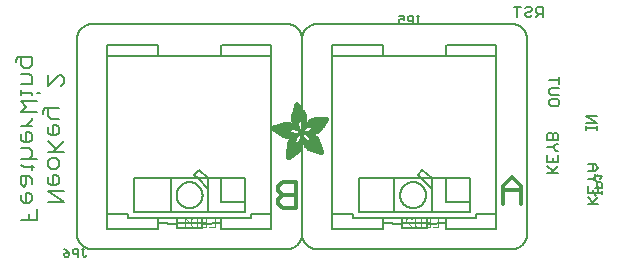
<source format=gbr>
G04 EAGLE Gerber RS-274X export*
G75*
%MOMM*%
%FSLAX34Y34*%
%LPD*%
%INSilkscreen Bottom*%
%IPPOS*%
%AMOC8*
5,1,8,0,0,1.08239X$1,22.5*%
G01*
%ADD10C,0.127000*%
%ADD11C,0.304800*%
%ADD12C,0.177800*%
%ADD13C,0.152400*%
%ADD14C,0.076200*%
%ADD15R,0.068600X0.007600*%
%ADD16R,0.114300X0.007600*%
%ADD17R,0.152400X0.007700*%
%ADD18R,0.182900X0.007600*%
%ADD19R,0.205700X0.007600*%
%ADD20R,0.228600X0.007600*%
%ADD21R,0.259100X0.007600*%
%ADD22R,0.274300X0.007700*%
%ADD23R,0.289500X0.007600*%
%ADD24R,0.304800X0.007600*%
%ADD25R,0.320100X0.007600*%
%ADD26R,0.342900X0.007600*%
%ADD27R,0.350500X0.007700*%
%ADD28R,0.365800X0.007600*%
%ADD29R,0.381000X0.007600*%
%ADD30R,0.388600X0.007600*%
%ADD31R,0.403800X0.007600*%
%ADD32R,0.419100X0.007700*%
%ADD33R,0.426700X0.007600*%
%ADD34R,0.441900X0.007600*%
%ADD35R,0.449600X0.007600*%
%ADD36R,0.464800X0.007600*%
%ADD37R,0.480000X0.007700*%
%ADD38R,0.487600X0.007600*%
%ADD39R,0.495300X0.007600*%
%ADD40R,0.510500X0.007600*%
%ADD41R,0.518100X0.007600*%
%ADD42R,0.525700X0.007700*%
%ADD43R,0.541000X0.007600*%
%ADD44R,0.548600X0.007600*%
%ADD45R,0.563800X0.007600*%
%ADD46R,0.571500X0.007600*%
%ADD47R,0.579100X0.007700*%
%ADD48R,0.594300X0.007600*%
%ADD49R,0.601900X0.007600*%
%ADD50R,0.609600X0.007600*%
%ADD51R,0.624800X0.007600*%
%ADD52R,0.632400X0.007700*%
%ADD53R,0.640000X0.007600*%
%ADD54R,0.655300X0.007600*%
%ADD55R,0.662900X0.007600*%
%ADD56R,0.678100X0.007600*%
%ADD57R,0.685800X0.007700*%
%ADD58R,0.693400X0.007600*%
%ADD59R,0.708600X0.007600*%
%ADD60R,0.716200X0.007600*%
%ADD61R,0.723900X0.007600*%
%ADD62R,0.739100X0.007700*%
%ADD63R,0.746700X0.007600*%
%ADD64R,0.754300X0.007600*%
%ADD65R,0.769600X0.007600*%
%ADD66R,0.777200X0.007600*%
%ADD67R,0.792400X0.007700*%
%ADD68R,0.800100X0.007600*%
%ADD69R,0.807700X0.007600*%
%ADD70R,0.822900X0.007600*%
%ADD71R,0.830500X0.007600*%
%ADD72R,0.838200X0.007700*%
%ADD73R,0.091500X0.007600*%
%ADD74R,0.853400X0.007600*%
%ADD75R,0.144700X0.007600*%
%ADD76R,0.861000X0.007600*%
%ADD77R,0.190500X0.007600*%
%ADD78R,0.876300X0.007600*%
%ADD79R,0.221000X0.007600*%
%ADD80R,0.883900X0.007600*%
%ADD81R,0.259000X0.007700*%
%ADD82R,0.891500X0.007700*%
%ADD83R,0.289600X0.007600*%
%ADD84R,0.906700X0.007600*%
%ADD85R,0.914400X0.007600*%
%ADD86R,0.350500X0.007600*%
%ADD87R,0.922000X0.007600*%
%ADD88R,0.937200X0.007600*%
%ADD89R,0.411400X0.007700*%
%ADD90R,0.944800X0.007700*%
%ADD91R,0.434300X0.007600*%
%ADD92R,0.952500X0.007600*%
%ADD93R,0.464900X0.007600*%
%ADD94R,0.967700X0.007600*%
%ADD95R,0.975300X0.007600*%
%ADD96R,0.518200X0.007600*%
%ADD97R,0.990600X0.007600*%
%ADD98R,0.548600X0.007700*%
%ADD99R,0.998200X0.007700*%
%ADD100R,1.005800X0.007600*%
%ADD101R,0.594400X0.007600*%
%ADD102R,1.021000X0.007600*%
%ADD103R,0.617200X0.007600*%
%ADD104R,1.028700X0.007600*%
%ADD105R,0.647700X0.007600*%
%ADD106R,1.036300X0.007600*%
%ADD107R,0.670500X0.007700*%
%ADD108R,1.051500X0.007700*%
%ADD109R,1.059100X0.007600*%
%ADD110R,0.716300X0.007600*%
%ADD111R,1.066800X0.007600*%
%ADD112R,0.739100X0.007600*%
%ADD113R,1.074400X0.007600*%
%ADD114R,0.762000X0.007600*%
%ADD115R,1.089600X0.007600*%
%ADD116R,0.784800X0.007700*%
%ADD117R,1.097200X0.007700*%
%ADD118R,1.104900X0.007600*%
%ADD119R,0.830600X0.007600*%
%ADD120R,1.112500X0.007600*%
%ADD121R,0.845800X0.007600*%
%ADD122R,1.120100X0.007600*%
%ADD123R,0.868700X0.007600*%
%ADD124R,1.127700X0.007600*%
%ADD125R,1.135300X0.007700*%
%ADD126R,1.143000X0.007600*%
%ADD127R,0.944900X0.007600*%
%ADD128R,1.150600X0.007600*%
%ADD129R,0.960100X0.007600*%
%ADD130R,1.158200X0.007600*%
%ADD131R,0.983000X0.007600*%
%ADD132R,1.165800X0.007600*%
%ADD133R,1.005900X0.007700*%
%ADD134R,1.173400X0.007700*%
%ADD135R,1.021100X0.007600*%
%ADD136R,1.181100X0.007600*%
%ADD137R,1.044000X0.007600*%
%ADD138R,1.188700X0.007600*%
%ADD139R,1.196300X0.007600*%
%ADD140R,1.082000X0.007600*%
%ADD141R,1.203900X0.007600*%
%ADD142R,1.104900X0.007700*%
%ADD143R,1.211500X0.007700*%
%ADD144R,1.211500X0.007600*%
%ADD145R,1.219200X0.007600*%
%ADD146R,1.226800X0.007600*%
%ADD147R,1.234400X0.007600*%
%ADD148R,1.188700X0.007700*%
%ADD149R,1.242000X0.007700*%
%ADD150R,1.242000X0.007600*%
%ADD151R,1.211600X0.007600*%
%ADD152R,1.249600X0.007600*%
%ADD153R,1.257300X0.007600*%
%ADD154R,1.264900X0.007600*%
%ADD155R,1.242100X0.007700*%
%ADD156R,1.264900X0.007700*%
%ADD157R,1.272500X0.007600*%
%ADD158R,1.265000X0.007600*%
%ADD159R,1.280100X0.007600*%
%ADD160R,1.272600X0.007600*%
%ADD161R,1.287700X0.007600*%
%ADD162R,1.287800X0.007600*%
%ADD163R,1.295400X0.007700*%
%ADD164R,1.303000X0.007600*%
%ADD165R,1.318200X0.007600*%
%ADD166R,1.310600X0.007600*%
%ADD167R,1.325900X0.007600*%
%ADD168R,1.341100X0.007700*%
%ADD169R,1.318200X0.007700*%
%ADD170R,1.341100X0.007600*%
%ADD171R,1.325800X0.007600*%
%ADD172R,1.348700X0.007600*%
%ADD173R,1.364000X0.007600*%
%ADD174R,1.333500X0.007600*%
%ADD175R,1.371600X0.007700*%
%ADD176R,1.379200X0.007600*%
%ADD177R,1.379300X0.007600*%
%ADD178R,1.386900X0.007600*%
%ADD179R,1.394500X0.007600*%
%ADD180R,1.356300X0.007600*%
%ADD181R,1.394400X0.007700*%
%ADD182R,1.356300X0.007700*%
%ADD183R,1.402000X0.007600*%
%ADD184R,1.409700X0.007600*%
%ADD185R,1.363900X0.007600*%
%ADD186R,1.417300X0.007600*%
%ADD187R,1.371600X0.007600*%
%ADD188R,1.424900X0.007700*%
%ADD189R,1.424900X0.007600*%
%ADD190R,1.432600X0.007600*%
%ADD191R,1.440200X0.007600*%
%ADD192R,1.386800X0.007600*%
%ADD193R,1.447800X0.007700*%
%ADD194R,1.386800X0.007700*%
%ADD195R,1.447800X0.007600*%
%ADD196R,1.455500X0.007600*%
%ADD197R,1.394400X0.007600*%
%ADD198R,1.463100X0.007600*%
%ADD199R,1.455400X0.007700*%
%ADD200R,1.463000X0.007600*%
%ADD201R,1.470600X0.007600*%
%ADD202R,1.470600X0.007700*%
%ADD203R,1.409700X0.007700*%
%ADD204R,1.470700X0.007600*%
%ADD205R,1.402100X0.007600*%
%ADD206R,1.478300X0.007600*%
%ADD207R,1.478300X0.007700*%
%ADD208R,1.402100X0.007700*%
%ADD209R,1.485900X0.007600*%
%ADD210R,1.485900X0.007700*%
%ADD211R,1.493500X0.007700*%
%ADD212R,1.493500X0.007600*%
%ADD213R,1.394500X0.007700*%
%ADD214R,1.493600X0.007700*%
%ADD215R,1.386900X0.007700*%
%ADD216R,1.379200X0.007700*%
%ADD217R,2.857500X0.007700*%
%ADD218R,2.857500X0.007600*%
%ADD219R,2.849900X0.007600*%
%ADD220R,2.842300X0.007600*%
%ADD221R,2.834700X0.007700*%
%ADD222R,2.827000X0.007600*%
%ADD223R,2.819400X0.007600*%
%ADD224R,2.811800X0.007600*%
%ADD225R,2.811800X0.007700*%
%ADD226R,2.804100X0.007600*%
%ADD227R,2.796500X0.007600*%
%ADD228R,1.966000X0.007600*%
%ADD229R,1.943100X0.007600*%
%ADD230R,0.754400X0.007600*%
%ADD231R,1.927900X0.007700*%
%ADD232R,0.746700X0.007700*%
%ADD233R,1.912600X0.007600*%
%ADD234R,0.731500X0.007600*%
%ADD235R,1.905000X0.007600*%
%ADD236R,1.882200X0.007600*%
%ADD237R,1.874600X0.007600*%
%ADD238R,1.866900X0.007700*%
%ADD239R,0.708700X0.007700*%
%ADD240R,1.851600X0.007600*%
%ADD241R,0.701100X0.007600*%
%ADD242R,1.844000X0.007600*%
%ADD243R,1.836400X0.007600*%
%ADD244R,1.821200X0.007600*%
%ADD245R,0.685800X0.007600*%
%ADD246R,1.813500X0.007700*%
%ADD247R,1.805900X0.007600*%
%ADD248R,0.678200X0.007600*%
%ADD249R,1.790700X0.007600*%
%ADD250R,0.670600X0.007600*%
%ADD251R,1.775500X0.007600*%
%ADD252R,1.767900X0.007700*%
%ADD253R,0.663000X0.007700*%
%ADD254R,1.760200X0.007600*%
%ADD255R,1.752600X0.007600*%
%ADD256R,0.937300X0.007600*%
%ADD257R,0.792500X0.007600*%
%ADD258R,0.899100X0.007600*%
%ADD259R,0.883900X0.007700*%
%ADD260R,0.716300X0.007700*%
%ADD261R,0.647700X0.007700*%
%ADD262R,0.640100X0.007600*%
%ADD263R,0.632500X0.007600*%
%ADD264R,0.655400X0.007600*%
%ADD265R,0.632400X0.007600*%
%ADD266R,0.845800X0.007700*%
%ADD267R,0.617200X0.007700*%
%ADD268R,0.624800X0.007700*%
%ADD269R,0.602000X0.007600*%
%ADD270R,0.838200X0.007600*%
%ADD271R,0.586700X0.007600*%
%ADD272R,0.548700X0.007600*%
%ADD273R,0.830500X0.007700*%
%ADD274R,0.541000X0.007700*%
%ADD275R,0.594300X0.007700*%
%ADD276R,0.525800X0.007600*%
%ADD277R,0.586800X0.007600*%
%ADD278R,0.815300X0.007600*%
%ADD279R,0.579200X0.007600*%
%ADD280R,0.815400X0.007600*%
%ADD281R,0.815400X0.007700*%
%ADD282R,0.571500X0.007700*%
%ADD283R,0.807800X0.007600*%
%ADD284R,0.563900X0.007600*%
%ADD285R,0.457200X0.007600*%
%ADD286R,0.442000X0.007600*%
%ADD287R,0.556300X0.007600*%
%ADD288R,0.807700X0.007700*%
%ADD289R,0.411500X0.007600*%
%ADD290R,0.533400X0.007600*%
%ADD291R,0.076200X0.007600*%
%ADD292R,0.403900X0.007600*%
%ADD293R,0.525700X0.007600*%
%ADD294R,0.388700X0.007600*%
%ADD295R,0.297200X0.007600*%
%ADD296R,0.373400X0.007700*%
%ADD297R,0.503000X0.007700*%
%ADD298R,0.426800X0.007700*%
%ADD299R,0.358100X0.007600*%
%ADD300R,0.502900X0.007600*%
%ADD301R,0.472400X0.007600*%
%ADD302R,0.487700X0.007600*%
%ADD303R,0.335300X0.007600*%
%ADD304R,0.792500X0.007700*%
%ADD305R,0.327600X0.007700*%
%ADD306R,0.472400X0.007700*%
%ADD307R,0.640000X0.007700*%
%ADD308R,0.784800X0.007600*%
%ADD309R,0.320000X0.007600*%
%ADD310R,0.792400X0.007600*%
%ADD311R,1.173400X0.007600*%
%ADD312R,1.196400X0.007600*%
%ADD313R,0.784900X0.007600*%
%ADD314R,0.784900X0.007700*%
%ADD315R,0.297200X0.007700*%
%ADD316R,1.249700X0.007600*%
%ADD317R,0.281900X0.007600*%
%ADD318R,1.295400X0.007600*%
%ADD319R,0.266700X0.007600*%
%ADD320R,0.777300X0.007700*%
%ADD321R,0.266700X0.007700*%
%ADD322R,1.333500X0.007700*%
%ADD323R,0.777300X0.007600*%
%ADD324R,1.348800X0.007600*%
%ADD325R,0.251500X0.007600*%
%ADD326R,0.243900X0.007700*%
%ADD327R,0.243900X0.007600*%
%ADD328R,1.440100X0.007600*%
%ADD329R,0.236200X0.007600*%
%ADD330R,0.762000X0.007700*%
%ADD331R,0.236200X0.007700*%
%ADD332R,1.508700X0.007700*%
%ADD333R,1.531600X0.007600*%
%ADD334R,1.546900X0.007600*%
%ADD335R,1.569700X0.007600*%
%ADD336R,1.585000X0.007600*%
%ADD337R,0.746800X0.007700*%
%ADD338R,1.607800X0.007700*%
%ADD339R,0.243800X0.007600*%
%ADD340R,1.630700X0.007600*%
%ADD341R,1.653500X0.007600*%
%ADD342R,0.739200X0.007600*%
%ADD343R,1.684000X0.007600*%
%ADD344R,2.019300X0.007600*%
%ADD345R,0.731500X0.007700*%
%ADD346R,2.026900X0.007700*%
%ADD347R,2.049800X0.007600*%
%ADD348R,2.057400X0.007600*%
%ADD349R,0.708700X0.007600*%
%ADD350R,2.072600X0.007600*%
%ADD351R,0.701000X0.007600*%
%ADD352R,2.095500X0.007600*%
%ADD353R,0.693500X0.007700*%
%ADD354R,2.110800X0.007700*%
%ADD355R,2.141200X0.007600*%
%ADD356R,0.060900X0.007600*%
%ADD357R,2.872700X0.007600*%
%ADD358R,3.124200X0.007600*%
%ADD359R,3.177600X0.007600*%
%ADD360R,3.215600X0.007700*%
%ADD361R,3.253700X0.007600*%
%ADD362R,3.284300X0.007600*%
%ADD363R,3.314700X0.007600*%
%ADD364R,3.352800X0.007600*%
%ADD365R,3.375600X0.007700*%
%ADD366R,3.406200X0.007600*%
%ADD367R,3.429000X0.007600*%
%ADD368R,3.451800X0.007600*%
%ADD369R,3.482400X0.007600*%
%ADD370R,1.828800X0.007700*%
%ADD371R,1.539300X0.007700*%
%ADD372R,1.767900X0.007600*%
%ADD373R,1.767800X0.007600*%
%ADD374R,1.760200X0.007700*%
%ADD375R,1.760300X0.007600*%
%ADD376R,1.775400X0.007700*%
%ADD377R,1.379300X0.007700*%
%ADD378R,1.783000X0.007600*%
%ADD379R,1.813500X0.007600*%
%ADD380R,1.821100X0.007700*%
%ADD381R,0.503000X0.007600*%
%ADD382R,1.135400X0.007600*%
%ADD383R,1.127700X0.007700*%
%ADD384R,0.487700X0.007700*%
%ADD385R,1.120200X0.007600*%
%ADD386R,1.097300X0.007600*%
%ADD387R,0.510600X0.007600*%
%ADD388R,1.074400X0.007700*%
%ADD389R,0.525800X0.007700*%
%ADD390R,1.440200X0.007700*%
%ADD391R,1.059200X0.007600*%
%ADD392R,1.051600X0.007600*%
%ADD393R,1.051500X0.007600*%
%ADD394R,1.043900X0.007700*%
%ADD395R,0.602000X0.007700*%
%ADD396R,1.524000X0.007600*%
%ADD397R,1.539300X0.007600*%
%ADD398R,1.592600X0.007600*%
%ADD399R,1.021100X0.007700*%
%ADD400R,1.615400X0.007700*%
%ADD401R,1.013400X0.007600*%
%ADD402R,1.653600X0.007600*%
%ADD403R,1.013500X0.007600*%
%ADD404R,1.699300X0.007600*%
%ADD405R,2.743200X0.007600*%
%ADD406R,1.005900X0.007600*%
%ADD407R,2.415500X0.007600*%
%ADD408R,1.005800X0.007700*%
%ADD409R,0.281900X0.007700*%
%ADD410R,2.408000X0.007700*%
%ADD411R,2.407900X0.007600*%
%ADD412R,0.998200X0.007600*%
%ADD413R,0.282000X0.007600*%
%ADD414R,0.998300X0.007600*%
%ADD415R,2.400300X0.007600*%
%ADD416R,0.289500X0.007700*%
%ADD417R,2.400300X0.007700*%
%ADD418R,0.297100X0.007600*%
%ADD419R,0.312400X0.007600*%
%ADD420R,2.392700X0.007600*%
%ADD421R,0.990600X0.007700*%
%ADD422R,0.327700X0.007700*%
%ADD423R,2.392700X0.007700*%
%ADD424R,2.385100X0.007600*%
%ADD425R,0.381000X0.007700*%
%ADD426R,2.377400X0.007700*%
%ADD427R,2.377400X0.007600*%
%ADD428R,2.369800X0.007600*%
%ADD429R,0.419100X0.007600*%
%ADD430R,2.362200X0.007600*%
%ADD431R,0.426800X0.007600*%
%ADD432R,1.036300X0.007700*%
%ADD433R,0.442000X0.007700*%
%ADD434R,2.354600X0.007700*%
%ADD435R,2.354600X0.007600*%
%ADD436R,0.480100X0.007600*%
%ADD437R,2.347000X0.007600*%
%ADD438R,1.074500X0.007600*%
%ADD439R,2.339400X0.007600*%
%ADD440R,1.082100X0.007700*%
%ADD441R,0.548700X0.007700*%
%ADD442R,2.331800X0.007700*%
%ADD443R,2.331800X0.007600*%
%ADD444R,0.624900X0.007600*%
%ADD445R,2.324100X0.007600*%
%ADD446R,1.859300X0.007600*%
%ADD447R,2.308800X0.007600*%
%ADD448R,2.301200X0.007700*%
%ADD449R,2.301200X0.007600*%
%ADD450R,2.293600X0.007600*%
%ADD451R,2.278400X0.007600*%
%ADD452R,1.889800X0.007600*%
%ADD453R,2.270700X0.007600*%
%ADD454R,1.897400X0.007700*%
%ADD455R,2.255500X0.007700*%
%ADD456R,1.897400X0.007600*%
%ADD457R,2.247900X0.007600*%
%ADD458R,2.232600X0.007600*%
%ADD459R,1.912700X0.007600*%
%ADD460R,2.209800X0.007600*%
%ADD461R,1.920300X0.007600*%
%ADD462R,2.186900X0.007600*%
%ADD463R,1.920300X0.007700*%
%ADD464R,2.171700X0.007700*%
%ADD465R,1.935500X0.007600*%
%ADD466R,2.148800X0.007600*%
%ADD467R,2.126000X0.007600*%
%ADD468R,1.950700X0.007600*%
%ADD469R,1.958400X0.007700*%
%ADD470R,2.042200X0.007700*%
%ADD471R,1.973600X0.007600*%
%ADD472R,1.996500X0.007600*%
%ADD473R,1.981200X0.007600*%
%ADD474R,1.988800X0.007600*%
%ADD475R,1.996400X0.007700*%
%ADD476R,1.996400X0.007600*%
%ADD477R,2.004100X0.007600*%
%ADD478R,1.874500X0.007600*%
%ADD479R,1.425000X0.007600*%
%ADD480R,2.026900X0.007600*%
%ADD481R,0.434400X0.007700*%
%ADD482R,1.364000X0.007700*%
%ADD483R,2.034500X0.007600*%
%ADD484R,0.434400X0.007600*%
%ADD485R,2.049700X0.007600*%
%ADD486R,2.065000X0.007700*%
%ADD487R,0.464800X0.007700*%
%ADD488R,1.196300X0.007700*%
%ADD489R,2.080300X0.007600*%
%ADD490R,1.158300X0.007600*%
%ADD491R,2.087900X0.007600*%
%ADD492R,0.472500X0.007600*%
%ADD493R,2.103100X0.007600*%
%ADD494R,2.118400X0.007600*%
%ADD495R,2.133600X0.007600*%
%ADD496R,2.148800X0.007700*%
%ADD497R,2.164000X0.007600*%
%ADD498R,2.171700X0.007600*%
%ADD499R,2.187000X0.007600*%
%ADD500R,0.556200X0.007600*%
%ADD501R,2.202200X0.007700*%
%ADD502R,0.556200X0.007700*%
%ADD503R,0.640100X0.007700*%
%ADD504R,0.579100X0.007600*%
%ADD505R,0.480000X0.007600*%
%ADD506R,1.752600X0.007700*%
%ADD507R,0.487600X0.007700*%
%ADD508R,0.594400X0.007700*%
%ADD509R,0.358100X0.007700*%
%ADD510R,0.099000X0.007600*%
%ADD511R,1.280200X0.007600*%
%ADD512R,1.745000X0.007600*%
%ADD513R,1.744900X0.007600*%
%ADD514R,1.737300X0.007700*%
%ADD515R,1.737400X0.007600*%
%ADD516R,1.729800X0.007600*%
%ADD517R,1.722200X0.007600*%
%ADD518R,1.722100X0.007600*%
%ADD519R,1.714500X0.007700*%
%ADD520R,1.356400X0.007700*%
%ADD521R,1.706900X0.007600*%
%ADD522R,1.356400X0.007600*%
%ADD523R,1.691700X0.007600*%
%ADD524R,1.668800X0.007700*%
%ADD525R,1.645900X0.007600*%
%ADD526R,1.623100X0.007600*%
%ADD527R,1.577400X0.007600*%
%ADD528R,1.554400X0.007600*%
%ADD529R,1.539200X0.007600*%
%ADD530R,1.524000X0.007700*%
%ADD531R,1.501100X0.007600*%
%ADD532R,1.455400X0.007600*%
%ADD533R,1.348800X0.007700*%
%ADD534R,1.318300X0.007600*%
%ADD535R,1.310600X0.007700*%
%ADD536R,1.287800X0.007700*%
%ADD537R,1.234500X0.007600*%
%ADD538R,1.226900X0.007600*%
%ADD539R,1.173500X0.007700*%
%ADD540R,1.173500X0.007600*%
%ADD541R,1.165900X0.007600*%
%ADD542R,1.143000X0.007700*%
%ADD543R,1.127800X0.007600*%
%ADD544R,1.097200X0.007600*%
%ADD545R,1.028700X0.007700*%
%ADD546R,0.982900X0.007600*%
%ADD547R,0.952500X0.007700*%
%ADD548R,0.929600X0.007600*%
%ADD549R,0.906800X0.007700*%
%ADD550R,0.906800X0.007600*%
%ADD551R,0.899200X0.007600*%
%ADD552R,0.884000X0.007600*%
%ADD553R,0.876300X0.007700*%
%ADD554R,0.830600X0.007700*%
%ADD555R,0.754400X0.007700*%
%ADD556R,0.746800X0.007600*%
%ADD557R,0.708600X0.007700*%
%ADD558R,0.678200X0.007700*%
%ADD559R,0.663000X0.007600*%
%ADD560R,0.632500X0.007700*%
%ADD561R,0.556300X0.007700*%
%ADD562R,0.518200X0.007700*%
%ADD563R,0.434300X0.007700*%
%ADD564R,0.396300X0.007700*%
%ADD565R,0.373300X0.007600*%
%ADD566R,0.365700X0.007600*%
%ADD567R,0.327700X0.007600*%
%ADD568R,0.304800X0.007700*%
%ADD569R,0.274300X0.007600*%
%ADD570R,0.243800X0.007700*%
%ADD571R,0.205800X0.007600*%
%ADD572R,0.152400X0.007600*%
%ADD573R,0.121900X0.007700*%


D10*
X504833Y56855D02*
X495935Y56855D01*
X498901Y56855D02*
X504833Y62786D01*
X500384Y58338D02*
X495935Y62786D01*
X504833Y66210D02*
X504833Y72142D01*
X504833Y66210D02*
X495935Y66210D01*
X495935Y72142D01*
X500384Y69176D02*
X500384Y66210D01*
X503350Y75565D02*
X504833Y75565D01*
X503350Y75565D02*
X500384Y78531D01*
X503350Y81497D01*
X504833Y81497D01*
X500384Y78531D02*
X495935Y78531D01*
X495935Y84920D02*
X501867Y84920D01*
X504833Y87886D01*
X501867Y90852D01*
X495935Y90852D01*
X500384Y90852D02*
X500384Y84920D01*
X470543Y83525D02*
X461645Y83525D01*
X464611Y83525D02*
X470543Y89456D01*
X466094Y85008D02*
X461645Y89456D01*
X470543Y92880D02*
X470543Y98812D01*
X470543Y92880D02*
X461645Y92880D01*
X461645Y98812D01*
X466094Y95846D02*
X466094Y92880D01*
X469060Y102235D02*
X470543Y102235D01*
X469060Y102235D02*
X466094Y105201D01*
X469060Y108167D01*
X470543Y108167D01*
X466094Y105201D02*
X461645Y105201D01*
X461645Y111590D02*
X470543Y111590D01*
X470543Y116039D01*
X469060Y117522D01*
X467577Y117522D01*
X466094Y116039D01*
X464611Y117522D01*
X463128Y117522D01*
X461645Y116039D01*
X461645Y111590D01*
X466094Y111590D02*
X466094Y116039D01*
X494665Y119839D02*
X494665Y122805D01*
X494665Y121322D02*
X503563Y121322D01*
X503563Y119839D02*
X503563Y122805D01*
X503563Y126076D02*
X494665Y126076D01*
X494665Y132008D02*
X503563Y126076D01*
X503563Y132008D02*
X494665Y132008D01*
X471813Y141755D02*
X471813Y144721D01*
X471813Y141755D02*
X470330Y140272D01*
X464398Y140272D01*
X462915Y141755D01*
X462915Y144721D01*
X464398Y146204D01*
X470330Y146204D01*
X471813Y144721D01*
X471813Y149627D02*
X464398Y149627D01*
X462915Y151110D01*
X462915Y154076D01*
X464398Y155559D01*
X471813Y155559D01*
X471813Y161948D02*
X462915Y161948D01*
X471813Y158983D02*
X471813Y164914D01*
D11*
X439430Y72318D02*
X439430Y57404D01*
X439430Y72318D02*
X431973Y79775D01*
X424516Y72318D01*
X424516Y57404D01*
X424516Y68590D02*
X439430Y68590D01*
X248930Y75965D02*
X248930Y53594D01*
X248930Y75965D02*
X237744Y75965D01*
X234016Y72237D01*
X234016Y68508D01*
X237744Y64780D01*
X234016Y61051D01*
X234016Y57323D01*
X237744Y53594D01*
X248930Y53594D01*
X248930Y64780D02*
X237744Y64780D01*
D12*
X52463Y59058D02*
X38989Y59058D01*
X38989Y68040D02*
X52463Y59058D01*
X52463Y68040D02*
X38989Y68040D01*
X38989Y75336D02*
X38989Y79827D01*
X38989Y75336D02*
X41235Y73091D01*
X45726Y73091D01*
X47971Y75336D01*
X47971Y79827D01*
X45726Y82073D01*
X43480Y82073D01*
X43480Y73091D01*
X38989Y89369D02*
X38989Y93860D01*
X41235Y96106D01*
X45726Y96106D01*
X47971Y93860D01*
X47971Y89369D01*
X45726Y87123D01*
X41235Y87123D01*
X38989Y89369D01*
X38989Y101156D02*
X52463Y101156D01*
X43480Y101156D02*
X52463Y110139D01*
X45726Y103402D02*
X38989Y110139D01*
X38989Y117435D02*
X38989Y121926D01*
X38989Y117435D02*
X41235Y115189D01*
X45726Y115189D01*
X47971Y117435D01*
X47971Y121926D01*
X45726Y124171D01*
X43480Y124171D01*
X43480Y115189D01*
X41235Y129222D02*
X47971Y129222D01*
X41235Y129222D02*
X38989Y131467D01*
X38989Y138204D01*
X36743Y138204D02*
X47971Y138204D01*
X36743Y138204D02*
X34498Y135959D01*
X34498Y133713D01*
X38989Y157287D02*
X38989Y166270D01*
X47971Y166270D02*
X38989Y157287D01*
X47971Y166270D02*
X50217Y166270D01*
X52463Y164024D01*
X52463Y159533D01*
X50217Y157287D01*
X29603Y43856D02*
X16129Y43856D01*
X29603Y43856D02*
X29603Y52838D01*
X22866Y48347D02*
X22866Y43856D01*
X16129Y60134D02*
X16129Y64625D01*
X16129Y60134D02*
X18375Y57888D01*
X22866Y57888D01*
X25111Y60134D01*
X25111Y64625D01*
X22866Y66871D01*
X20620Y66871D01*
X20620Y57888D01*
X25111Y74167D02*
X25111Y78658D01*
X22866Y80904D01*
X16129Y80904D01*
X16129Y74167D01*
X18375Y71921D01*
X20620Y74167D01*
X20620Y80904D01*
X18375Y88200D02*
X27357Y88200D01*
X18375Y88200D02*
X16129Y90445D01*
X25111Y90445D02*
X25111Y85954D01*
X29603Y95309D02*
X16129Y95309D01*
X22866Y95309D02*
X25111Y97555D01*
X25111Y102046D01*
X22866Y104292D01*
X16129Y104292D01*
X16129Y111588D02*
X16129Y116079D01*
X16129Y111588D02*
X18375Y109342D01*
X22866Y109342D01*
X25111Y111588D01*
X25111Y116079D01*
X22866Y118324D01*
X20620Y118324D01*
X20620Y109342D01*
X16129Y123375D02*
X25111Y123375D01*
X20620Y123375D02*
X25111Y127866D01*
X25111Y130112D01*
X29603Y135069D02*
X16129Y135069D01*
X20620Y139560D01*
X16129Y144051D01*
X29603Y144051D01*
X25111Y149102D02*
X25111Y151347D01*
X16129Y151347D01*
X16129Y149102D02*
X16129Y153593D01*
X29603Y151347D02*
X31848Y151347D01*
X25111Y158457D02*
X16129Y158457D01*
X25111Y158457D02*
X25111Y165193D01*
X22866Y167439D01*
X16129Y167439D01*
X11638Y176981D02*
X11638Y179226D01*
X13883Y181472D01*
X25111Y181472D01*
X25111Y174735D01*
X22866Y172489D01*
X18375Y172489D01*
X16129Y174735D01*
X16129Y181472D01*
D10*
X457898Y215265D02*
X457898Y224163D01*
X453449Y224163D01*
X451966Y222680D01*
X451966Y219714D01*
X453449Y218231D01*
X457898Y218231D01*
X454932Y218231D02*
X451966Y215265D01*
X444094Y224163D02*
X442611Y222680D01*
X444094Y224163D02*
X447060Y224163D01*
X448543Y222680D01*
X448543Y221197D01*
X447060Y219714D01*
X444094Y219714D01*
X442611Y218231D01*
X442611Y216748D01*
X444094Y215265D01*
X447060Y215265D01*
X448543Y216748D01*
X436222Y215265D02*
X436222Y224163D01*
X439187Y224163D02*
X433256Y224163D01*
X302300Y78780D02*
X302300Y50700D01*
X396080Y50700D01*
X396080Y78780D01*
X302300Y78780D01*
X302300Y78810D01*
X375890Y59220D02*
X396110Y59220D01*
X375890Y59220D02*
X375890Y78720D01*
X376370Y191850D02*
X418490Y191850D01*
X418490Y48990D01*
X418490Y36210D01*
X376250Y36210D01*
X376250Y45210D01*
X322370Y45210D01*
X322370Y36210D01*
X279680Y36210D01*
X279680Y48990D01*
X279680Y182400D01*
X279680Y191910D01*
X322190Y191910D01*
X322190Y182400D01*
X376280Y182400D01*
X376280Y191850D01*
X359780Y45180D02*
X359780Y38310D01*
X359780Y45180D02*
X359750Y45180D01*
X359780Y38130D02*
X359780Y36690D01*
X338690Y36690D01*
X338690Y40020D01*
X338690Y40800D01*
X359660Y40800D01*
X338690Y40800D02*
X338690Y45180D01*
X338720Y45180D01*
X359840Y40050D02*
X367430Y40050D01*
X359840Y40050D02*
X359840Y40080D01*
X367430Y40050D02*
X368300Y41220D01*
X376160Y41220D01*
X338690Y40020D02*
X331070Y40020D01*
X325910Y41190D02*
X322400Y41190D01*
X325940Y41190D02*
X330560Y41190D01*
X330560Y41220D01*
X331070Y40020D01*
X376280Y182400D02*
X418430Y182400D01*
X418430Y182370D01*
X322190Y182400D02*
X279680Y182400D01*
X376280Y45480D02*
X376280Y44340D01*
X376280Y45480D02*
X401600Y45480D01*
X401600Y48990D01*
X418490Y48990D01*
X282620Y48990D02*
X279680Y48990D01*
X282650Y48990D02*
X296780Y48990D01*
X296780Y45510D01*
X322370Y45510D01*
X322370Y45210D01*
D13*
X254000Y31750D02*
X254000Y196850D01*
X254000Y31750D02*
X254004Y31443D01*
X254015Y31136D01*
X254033Y30830D01*
X254059Y30524D01*
X254093Y30219D01*
X254133Y29915D01*
X254181Y29612D01*
X254237Y29310D01*
X254299Y29010D01*
X254369Y28711D01*
X254446Y28414D01*
X254530Y28118D01*
X254622Y27825D01*
X254720Y27535D01*
X254825Y27247D01*
X254938Y26961D01*
X255057Y26678D01*
X255183Y26398D01*
X255315Y26121D01*
X255455Y25848D01*
X255601Y25578D01*
X255753Y25312D01*
X255912Y25049D01*
X256077Y24790D01*
X256248Y24536D01*
X256425Y24285D01*
X256609Y24039D01*
X256798Y23797D01*
X256993Y23561D01*
X257194Y23328D01*
X257400Y23101D01*
X257612Y22879D01*
X257829Y22662D01*
X258051Y22450D01*
X258278Y22244D01*
X258511Y22043D01*
X258747Y21848D01*
X258989Y21659D01*
X259235Y21475D01*
X259486Y21298D01*
X259740Y21127D01*
X259999Y20962D01*
X260262Y20803D01*
X260528Y20651D01*
X260798Y20505D01*
X261071Y20365D01*
X261348Y20233D01*
X261628Y20107D01*
X261911Y19988D01*
X262197Y19875D01*
X262485Y19770D01*
X262775Y19672D01*
X263068Y19580D01*
X263364Y19496D01*
X263661Y19419D01*
X263960Y19349D01*
X264260Y19287D01*
X264562Y19231D01*
X264865Y19183D01*
X265169Y19143D01*
X265474Y19109D01*
X265780Y19083D01*
X266086Y19065D01*
X266393Y19054D01*
X266700Y19050D01*
X431800Y19050D01*
X432107Y19054D01*
X432414Y19065D01*
X432720Y19083D01*
X433026Y19109D01*
X433331Y19143D01*
X433635Y19183D01*
X433938Y19231D01*
X434240Y19287D01*
X434540Y19349D01*
X434839Y19419D01*
X435136Y19496D01*
X435432Y19580D01*
X435725Y19672D01*
X436015Y19770D01*
X436303Y19875D01*
X436589Y19988D01*
X436872Y20107D01*
X437152Y20233D01*
X437429Y20365D01*
X437702Y20505D01*
X437972Y20651D01*
X438238Y20803D01*
X438501Y20962D01*
X438760Y21127D01*
X439014Y21298D01*
X439265Y21475D01*
X439511Y21659D01*
X439753Y21848D01*
X439989Y22043D01*
X440222Y22244D01*
X440449Y22450D01*
X440671Y22662D01*
X440888Y22879D01*
X441100Y23101D01*
X441306Y23328D01*
X441507Y23561D01*
X441702Y23797D01*
X441891Y24039D01*
X442075Y24285D01*
X442252Y24536D01*
X442423Y24790D01*
X442588Y25049D01*
X442747Y25312D01*
X442899Y25578D01*
X443045Y25848D01*
X443185Y26121D01*
X443317Y26398D01*
X443443Y26678D01*
X443562Y26961D01*
X443675Y27247D01*
X443780Y27535D01*
X443878Y27825D01*
X443970Y28118D01*
X444054Y28414D01*
X444131Y28711D01*
X444201Y29010D01*
X444263Y29310D01*
X444319Y29612D01*
X444367Y29915D01*
X444407Y30219D01*
X444441Y30524D01*
X444467Y30830D01*
X444485Y31136D01*
X444496Y31443D01*
X444500Y31750D01*
X444500Y196850D01*
X444496Y197157D01*
X444485Y197464D01*
X444467Y197770D01*
X444441Y198076D01*
X444407Y198381D01*
X444367Y198685D01*
X444319Y198988D01*
X444263Y199290D01*
X444201Y199590D01*
X444131Y199889D01*
X444054Y200186D01*
X443970Y200482D01*
X443878Y200775D01*
X443780Y201065D01*
X443675Y201353D01*
X443562Y201639D01*
X443443Y201922D01*
X443317Y202202D01*
X443185Y202479D01*
X443045Y202752D01*
X442899Y203022D01*
X442747Y203288D01*
X442588Y203551D01*
X442423Y203810D01*
X442252Y204064D01*
X442075Y204315D01*
X441891Y204561D01*
X441702Y204803D01*
X441507Y205039D01*
X441306Y205272D01*
X441100Y205499D01*
X440888Y205721D01*
X440671Y205938D01*
X440449Y206150D01*
X440222Y206356D01*
X439989Y206557D01*
X439753Y206752D01*
X439511Y206941D01*
X439265Y207125D01*
X439014Y207302D01*
X438760Y207473D01*
X438501Y207638D01*
X438238Y207797D01*
X437972Y207949D01*
X437702Y208095D01*
X437429Y208235D01*
X437152Y208367D01*
X436872Y208493D01*
X436589Y208612D01*
X436303Y208725D01*
X436015Y208830D01*
X435725Y208928D01*
X435432Y209020D01*
X435136Y209104D01*
X434839Y209181D01*
X434540Y209251D01*
X434240Y209313D01*
X433938Y209369D01*
X433635Y209417D01*
X433331Y209457D01*
X433026Y209491D01*
X432720Y209517D01*
X432414Y209535D01*
X432107Y209546D01*
X431800Y209550D01*
X266700Y209550D01*
X266393Y209546D01*
X266086Y209535D01*
X265780Y209517D01*
X265474Y209491D01*
X265169Y209457D01*
X264865Y209417D01*
X264562Y209369D01*
X264260Y209313D01*
X263960Y209251D01*
X263661Y209181D01*
X263364Y209104D01*
X263068Y209020D01*
X262775Y208928D01*
X262485Y208830D01*
X262197Y208725D01*
X261911Y208612D01*
X261628Y208493D01*
X261348Y208367D01*
X261071Y208235D01*
X260798Y208095D01*
X260528Y207949D01*
X260262Y207797D01*
X259999Y207638D01*
X259740Y207473D01*
X259486Y207302D01*
X259235Y207125D01*
X258989Y206941D01*
X258747Y206752D01*
X258511Y206557D01*
X258278Y206356D01*
X258051Y206150D01*
X257829Y205938D01*
X257612Y205721D01*
X257400Y205499D01*
X257194Y205272D01*
X256993Y205039D01*
X256798Y204803D01*
X256609Y204561D01*
X256425Y204315D01*
X256248Y204064D01*
X256077Y203810D01*
X255912Y203551D01*
X255753Y203288D01*
X255601Y203022D01*
X255455Y202752D01*
X255315Y202479D01*
X255183Y202202D01*
X255057Y201922D01*
X254938Y201639D01*
X254825Y201353D01*
X254720Y201065D01*
X254622Y200775D01*
X254530Y200482D01*
X254446Y200186D01*
X254369Y199889D01*
X254299Y199590D01*
X254237Y199290D01*
X254181Y198988D01*
X254133Y198685D01*
X254093Y198381D01*
X254059Y198076D01*
X254033Y197770D01*
X254015Y197464D01*
X254004Y197157D01*
X254000Y196850D01*
D10*
X174750Y50770D02*
X142750Y50770D01*
X174750Y50770D02*
X174750Y69770D01*
X174750Y78770D01*
X165750Y78770D01*
X142750Y78770D01*
X142750Y50770D01*
X165750Y78770D02*
X174750Y69770D01*
X147750Y64770D02*
X147753Y65040D01*
X147763Y65310D01*
X147780Y65579D01*
X147803Y65848D01*
X147833Y66117D01*
X147869Y66384D01*
X147912Y66651D01*
X147961Y66916D01*
X148017Y67180D01*
X148080Y67443D01*
X148148Y67704D01*
X148224Y67963D01*
X148305Y68220D01*
X148393Y68476D01*
X148487Y68729D01*
X148587Y68980D01*
X148694Y69228D01*
X148806Y69473D01*
X148925Y69716D01*
X149049Y69955D01*
X149179Y70192D01*
X149315Y70425D01*
X149457Y70655D01*
X149604Y70881D01*
X149757Y71104D01*
X149915Y71323D01*
X150078Y71538D01*
X150247Y71748D01*
X150421Y71955D01*
X150600Y72157D01*
X150783Y72355D01*
X150972Y72548D01*
X151165Y72737D01*
X151363Y72920D01*
X151565Y73099D01*
X151772Y73273D01*
X151982Y73442D01*
X152197Y73605D01*
X152416Y73763D01*
X152639Y73916D01*
X152865Y74063D01*
X153095Y74205D01*
X153328Y74341D01*
X153565Y74471D01*
X153804Y74595D01*
X154047Y74714D01*
X154292Y74826D01*
X154540Y74933D01*
X154791Y75033D01*
X155044Y75127D01*
X155300Y75215D01*
X155557Y75296D01*
X155816Y75372D01*
X156077Y75440D01*
X156340Y75503D01*
X156604Y75559D01*
X156869Y75608D01*
X157136Y75651D01*
X157403Y75687D01*
X157672Y75717D01*
X157941Y75740D01*
X158210Y75757D01*
X158480Y75767D01*
X158750Y75770D01*
X159020Y75767D01*
X159290Y75757D01*
X159559Y75740D01*
X159828Y75717D01*
X160097Y75687D01*
X160364Y75651D01*
X160631Y75608D01*
X160896Y75559D01*
X161160Y75503D01*
X161423Y75440D01*
X161684Y75372D01*
X161943Y75296D01*
X162200Y75215D01*
X162456Y75127D01*
X162709Y75033D01*
X162960Y74933D01*
X163208Y74826D01*
X163453Y74714D01*
X163696Y74595D01*
X163935Y74471D01*
X164172Y74341D01*
X164405Y74205D01*
X164635Y74063D01*
X164861Y73916D01*
X165084Y73763D01*
X165303Y73605D01*
X165518Y73442D01*
X165728Y73273D01*
X165935Y73099D01*
X166137Y72920D01*
X166335Y72737D01*
X166528Y72548D01*
X166717Y72355D01*
X166900Y72157D01*
X167079Y71955D01*
X167253Y71748D01*
X167422Y71538D01*
X167585Y71323D01*
X167743Y71104D01*
X167896Y70881D01*
X168043Y70655D01*
X168185Y70425D01*
X168321Y70192D01*
X168451Y69955D01*
X168575Y69716D01*
X168694Y69473D01*
X168806Y69228D01*
X168913Y68980D01*
X169013Y68729D01*
X169107Y68476D01*
X169195Y68220D01*
X169276Y67963D01*
X169352Y67704D01*
X169420Y67443D01*
X169483Y67180D01*
X169539Y66916D01*
X169588Y66651D01*
X169631Y66384D01*
X169667Y66117D01*
X169697Y65848D01*
X169720Y65579D01*
X169737Y65310D01*
X169747Y65040D01*
X169750Y64770D01*
X169747Y64500D01*
X169737Y64230D01*
X169720Y63961D01*
X169697Y63692D01*
X169667Y63423D01*
X169631Y63156D01*
X169588Y62889D01*
X169539Y62624D01*
X169483Y62360D01*
X169420Y62097D01*
X169352Y61836D01*
X169276Y61577D01*
X169195Y61320D01*
X169107Y61064D01*
X169013Y60811D01*
X168913Y60560D01*
X168806Y60312D01*
X168694Y60067D01*
X168575Y59824D01*
X168451Y59585D01*
X168321Y59348D01*
X168185Y59115D01*
X168043Y58885D01*
X167896Y58659D01*
X167743Y58436D01*
X167585Y58217D01*
X167422Y58002D01*
X167253Y57792D01*
X167079Y57585D01*
X166900Y57383D01*
X166717Y57185D01*
X166528Y56992D01*
X166335Y56803D01*
X166137Y56620D01*
X165935Y56441D01*
X165728Y56267D01*
X165518Y56098D01*
X165303Y55935D01*
X165084Y55777D01*
X164861Y55624D01*
X164635Y55477D01*
X164405Y55335D01*
X164172Y55199D01*
X163935Y55069D01*
X163696Y54945D01*
X163453Y54826D01*
X163208Y54714D01*
X162960Y54607D01*
X162709Y54507D01*
X162456Y54413D01*
X162200Y54325D01*
X161943Y54244D01*
X161684Y54168D01*
X161423Y54100D01*
X161160Y54037D01*
X160896Y53981D01*
X160631Y53932D01*
X160364Y53889D01*
X160097Y53853D01*
X159828Y53823D01*
X159559Y53800D01*
X159290Y53783D01*
X159020Y53773D01*
X158750Y53770D01*
X158480Y53773D01*
X158210Y53783D01*
X157941Y53800D01*
X157672Y53823D01*
X157403Y53853D01*
X157136Y53889D01*
X156869Y53932D01*
X156604Y53981D01*
X156340Y54037D01*
X156077Y54100D01*
X155816Y54168D01*
X155557Y54244D01*
X155300Y54325D01*
X155044Y54413D01*
X154791Y54507D01*
X154540Y54607D01*
X154292Y54714D01*
X154047Y54826D01*
X153804Y54945D01*
X153565Y55069D01*
X153328Y55199D01*
X153095Y55335D01*
X152865Y55477D01*
X152639Y55624D01*
X152416Y55777D01*
X152197Y55935D01*
X151982Y56098D01*
X151772Y56267D01*
X151565Y56441D01*
X151363Y56620D01*
X151165Y56803D01*
X150972Y56992D01*
X150783Y57185D01*
X150600Y57383D01*
X150421Y57585D01*
X150247Y57792D01*
X150078Y58002D01*
X149915Y58217D01*
X149757Y58436D01*
X149604Y58659D01*
X149457Y58885D01*
X149315Y59115D01*
X149179Y59348D01*
X149049Y59585D01*
X148925Y59824D01*
X148806Y60067D01*
X148694Y60312D01*
X148587Y60560D01*
X148487Y60811D01*
X148393Y61064D01*
X148305Y61320D01*
X148224Y61577D01*
X148148Y61836D01*
X148080Y62097D01*
X148017Y62360D01*
X147961Y62624D01*
X147912Y62889D01*
X147869Y63156D01*
X147833Y63423D01*
X147803Y63692D01*
X147780Y63961D01*
X147763Y64230D01*
X147753Y64500D01*
X147750Y64770D01*
X162750Y81770D02*
X165750Y78770D01*
X162750Y81770D02*
X166750Y85770D01*
X174750Y78770D01*
D14*
X180244Y45448D02*
X180244Y38076D01*
X175329Y38076D01*
X172760Y45448D02*
X167845Y45448D01*
X172760Y45448D02*
X172760Y38076D01*
X167845Y38076D01*
X170302Y41762D02*
X172760Y41762D01*
X165276Y45448D02*
X165276Y38076D01*
X161590Y38076D01*
X160361Y39305D01*
X160361Y44220D01*
X161590Y45448D01*
X165276Y45448D01*
X157792Y42991D02*
X155334Y45448D01*
X155334Y38076D01*
X152877Y38076D02*
X157792Y38076D01*
D10*
X111800Y50700D02*
X111800Y78780D01*
X111800Y50700D02*
X205580Y50700D01*
X205580Y78780D01*
X111800Y78780D01*
X111800Y78810D01*
X185390Y59220D02*
X205610Y59220D01*
X185390Y59220D02*
X185390Y78720D01*
X185870Y191850D02*
X227990Y191850D01*
X227990Y48990D01*
X227990Y36210D01*
X185750Y36210D01*
X185750Y45210D01*
X131870Y45210D01*
X131870Y36210D01*
X89180Y36210D01*
X89180Y48990D01*
X89180Y182400D01*
X89180Y191910D01*
X131690Y191910D01*
X131690Y182400D01*
X185780Y182400D01*
X185780Y191850D01*
X169280Y45180D02*
X169280Y38310D01*
X169280Y45180D02*
X169250Y45180D01*
X169280Y38130D02*
X169280Y36690D01*
X148190Y36690D01*
X148190Y40020D01*
X148190Y40800D01*
X169160Y40800D01*
X148190Y40800D02*
X148190Y45180D01*
X148220Y45180D01*
X169340Y40050D02*
X176930Y40050D01*
X169340Y40050D02*
X169340Y40080D01*
X176930Y40050D02*
X177800Y41220D01*
X185660Y41220D01*
X148190Y40020D02*
X140570Y40020D01*
X135410Y41190D02*
X131900Y41190D01*
X135440Y41190D02*
X140060Y41190D01*
X140060Y41220D01*
X140570Y40020D01*
X185780Y182400D02*
X227930Y182400D01*
X227930Y182370D01*
X131690Y182400D02*
X89180Y182400D01*
X185780Y45480D02*
X185780Y44340D01*
X185780Y45480D02*
X211100Y45480D01*
X211100Y48990D01*
X227990Y48990D01*
X92120Y48990D02*
X89180Y48990D01*
X92150Y48990D02*
X106280Y48990D01*
X106280Y45510D01*
X131870Y45510D01*
X131870Y45210D01*
D13*
X63500Y31750D02*
X63500Y196850D01*
X63500Y31750D02*
X63504Y31443D01*
X63515Y31136D01*
X63533Y30830D01*
X63559Y30524D01*
X63593Y30219D01*
X63633Y29915D01*
X63681Y29612D01*
X63737Y29310D01*
X63799Y29010D01*
X63869Y28711D01*
X63946Y28414D01*
X64030Y28118D01*
X64122Y27825D01*
X64220Y27535D01*
X64325Y27247D01*
X64438Y26961D01*
X64557Y26678D01*
X64683Y26398D01*
X64815Y26121D01*
X64955Y25848D01*
X65101Y25578D01*
X65253Y25312D01*
X65412Y25049D01*
X65577Y24790D01*
X65748Y24536D01*
X65925Y24285D01*
X66109Y24039D01*
X66298Y23797D01*
X66493Y23561D01*
X66694Y23328D01*
X66900Y23101D01*
X67112Y22879D01*
X67329Y22662D01*
X67551Y22450D01*
X67778Y22244D01*
X68011Y22043D01*
X68247Y21848D01*
X68489Y21659D01*
X68735Y21475D01*
X68986Y21298D01*
X69240Y21127D01*
X69499Y20962D01*
X69762Y20803D01*
X70028Y20651D01*
X70298Y20505D01*
X70571Y20365D01*
X70848Y20233D01*
X71128Y20107D01*
X71411Y19988D01*
X71697Y19875D01*
X71985Y19770D01*
X72275Y19672D01*
X72568Y19580D01*
X72864Y19496D01*
X73161Y19419D01*
X73460Y19349D01*
X73760Y19287D01*
X74062Y19231D01*
X74365Y19183D01*
X74669Y19143D01*
X74974Y19109D01*
X75280Y19083D01*
X75586Y19065D01*
X75893Y19054D01*
X76200Y19050D01*
X241300Y19050D01*
X241607Y19054D01*
X241914Y19065D01*
X242220Y19083D01*
X242526Y19109D01*
X242831Y19143D01*
X243135Y19183D01*
X243438Y19231D01*
X243740Y19287D01*
X244040Y19349D01*
X244339Y19419D01*
X244636Y19496D01*
X244932Y19580D01*
X245225Y19672D01*
X245515Y19770D01*
X245803Y19875D01*
X246089Y19988D01*
X246372Y20107D01*
X246652Y20233D01*
X246929Y20365D01*
X247202Y20505D01*
X247472Y20651D01*
X247738Y20803D01*
X248001Y20962D01*
X248260Y21127D01*
X248514Y21298D01*
X248765Y21475D01*
X249011Y21659D01*
X249253Y21848D01*
X249489Y22043D01*
X249722Y22244D01*
X249949Y22450D01*
X250171Y22662D01*
X250388Y22879D01*
X250600Y23101D01*
X250806Y23328D01*
X251007Y23561D01*
X251202Y23797D01*
X251391Y24039D01*
X251575Y24285D01*
X251752Y24536D01*
X251923Y24790D01*
X252088Y25049D01*
X252247Y25312D01*
X252399Y25578D01*
X252545Y25848D01*
X252685Y26121D01*
X252817Y26398D01*
X252943Y26678D01*
X253062Y26961D01*
X253175Y27247D01*
X253280Y27535D01*
X253378Y27825D01*
X253470Y28118D01*
X253554Y28414D01*
X253631Y28711D01*
X253701Y29010D01*
X253763Y29310D01*
X253819Y29612D01*
X253867Y29915D01*
X253907Y30219D01*
X253941Y30524D01*
X253967Y30830D01*
X253985Y31136D01*
X253996Y31443D01*
X254000Y31750D01*
X254000Y196850D01*
X253996Y197157D01*
X253985Y197464D01*
X253967Y197770D01*
X253941Y198076D01*
X253907Y198381D01*
X253867Y198685D01*
X253819Y198988D01*
X253763Y199290D01*
X253701Y199590D01*
X253631Y199889D01*
X253554Y200186D01*
X253470Y200482D01*
X253378Y200775D01*
X253280Y201065D01*
X253175Y201353D01*
X253062Y201639D01*
X252943Y201922D01*
X252817Y202202D01*
X252685Y202479D01*
X252545Y202752D01*
X252399Y203022D01*
X252247Y203288D01*
X252088Y203551D01*
X251923Y203810D01*
X251752Y204064D01*
X251575Y204315D01*
X251391Y204561D01*
X251202Y204803D01*
X251007Y205039D01*
X250806Y205272D01*
X250600Y205499D01*
X250388Y205721D01*
X250171Y205938D01*
X249949Y206150D01*
X249722Y206356D01*
X249489Y206557D01*
X249253Y206752D01*
X249011Y206941D01*
X248765Y207125D01*
X248514Y207302D01*
X248260Y207473D01*
X248001Y207638D01*
X247738Y207797D01*
X247472Y207949D01*
X247202Y208095D01*
X246929Y208235D01*
X246652Y208367D01*
X246372Y208493D01*
X246089Y208612D01*
X245803Y208725D01*
X245515Y208830D01*
X245225Y208928D01*
X244932Y209020D01*
X244636Y209104D01*
X244339Y209181D01*
X244040Y209251D01*
X243740Y209313D01*
X243438Y209369D01*
X243135Y209417D01*
X242831Y209457D01*
X242526Y209491D01*
X242220Y209517D01*
X241914Y209535D01*
X241607Y209546D01*
X241300Y209550D01*
X76200Y209550D01*
X75893Y209546D01*
X75586Y209535D01*
X75280Y209517D01*
X74974Y209491D01*
X74669Y209457D01*
X74365Y209417D01*
X74062Y209369D01*
X73760Y209313D01*
X73460Y209251D01*
X73161Y209181D01*
X72864Y209104D01*
X72568Y209020D01*
X72275Y208928D01*
X71985Y208830D01*
X71697Y208725D01*
X71411Y208612D01*
X71128Y208493D01*
X70848Y208367D01*
X70571Y208235D01*
X70298Y208095D01*
X70028Y207949D01*
X69762Y207797D01*
X69499Y207638D01*
X69240Y207473D01*
X68986Y207302D01*
X68735Y207125D01*
X68489Y206941D01*
X68247Y206752D01*
X68011Y206557D01*
X67778Y206356D01*
X67551Y206150D01*
X67329Y205938D01*
X67112Y205721D01*
X66900Y205499D01*
X66694Y205272D01*
X66493Y205039D01*
X66298Y204803D01*
X66109Y204561D01*
X65925Y204315D01*
X65748Y204064D01*
X65577Y203810D01*
X65412Y203551D01*
X65253Y203288D01*
X65101Y203022D01*
X64955Y202752D01*
X64815Y202479D01*
X64683Y202202D01*
X64557Y201922D01*
X64438Y201639D01*
X64325Y201353D01*
X64220Y201065D01*
X64122Y200775D01*
X64030Y200482D01*
X63946Y200186D01*
X63869Y199889D01*
X63799Y199590D01*
X63737Y199290D01*
X63681Y198988D01*
X63633Y198685D01*
X63593Y198381D01*
X63559Y198076D01*
X63533Y197770D01*
X63515Y197464D01*
X63504Y197157D01*
X63500Y196850D01*
D10*
X331980Y50770D02*
X363980Y50770D01*
X363980Y69770D01*
X363980Y78770D01*
X354980Y78770D01*
X331980Y78770D01*
X331980Y50770D01*
X354980Y78770D02*
X363980Y69770D01*
X336980Y64770D02*
X336983Y65040D01*
X336993Y65310D01*
X337010Y65579D01*
X337033Y65848D01*
X337063Y66117D01*
X337099Y66384D01*
X337142Y66651D01*
X337191Y66916D01*
X337247Y67180D01*
X337310Y67443D01*
X337378Y67704D01*
X337454Y67963D01*
X337535Y68220D01*
X337623Y68476D01*
X337717Y68729D01*
X337817Y68980D01*
X337924Y69228D01*
X338036Y69473D01*
X338155Y69716D01*
X338279Y69955D01*
X338409Y70192D01*
X338545Y70425D01*
X338687Y70655D01*
X338834Y70881D01*
X338987Y71104D01*
X339145Y71323D01*
X339308Y71538D01*
X339477Y71748D01*
X339651Y71955D01*
X339830Y72157D01*
X340013Y72355D01*
X340202Y72548D01*
X340395Y72737D01*
X340593Y72920D01*
X340795Y73099D01*
X341002Y73273D01*
X341212Y73442D01*
X341427Y73605D01*
X341646Y73763D01*
X341869Y73916D01*
X342095Y74063D01*
X342325Y74205D01*
X342558Y74341D01*
X342795Y74471D01*
X343034Y74595D01*
X343277Y74714D01*
X343522Y74826D01*
X343770Y74933D01*
X344021Y75033D01*
X344274Y75127D01*
X344530Y75215D01*
X344787Y75296D01*
X345046Y75372D01*
X345307Y75440D01*
X345570Y75503D01*
X345834Y75559D01*
X346099Y75608D01*
X346366Y75651D01*
X346633Y75687D01*
X346902Y75717D01*
X347171Y75740D01*
X347440Y75757D01*
X347710Y75767D01*
X347980Y75770D01*
X348250Y75767D01*
X348520Y75757D01*
X348789Y75740D01*
X349058Y75717D01*
X349327Y75687D01*
X349594Y75651D01*
X349861Y75608D01*
X350126Y75559D01*
X350390Y75503D01*
X350653Y75440D01*
X350914Y75372D01*
X351173Y75296D01*
X351430Y75215D01*
X351686Y75127D01*
X351939Y75033D01*
X352190Y74933D01*
X352438Y74826D01*
X352683Y74714D01*
X352926Y74595D01*
X353165Y74471D01*
X353402Y74341D01*
X353635Y74205D01*
X353865Y74063D01*
X354091Y73916D01*
X354314Y73763D01*
X354533Y73605D01*
X354748Y73442D01*
X354958Y73273D01*
X355165Y73099D01*
X355367Y72920D01*
X355565Y72737D01*
X355758Y72548D01*
X355947Y72355D01*
X356130Y72157D01*
X356309Y71955D01*
X356483Y71748D01*
X356652Y71538D01*
X356815Y71323D01*
X356973Y71104D01*
X357126Y70881D01*
X357273Y70655D01*
X357415Y70425D01*
X357551Y70192D01*
X357681Y69955D01*
X357805Y69716D01*
X357924Y69473D01*
X358036Y69228D01*
X358143Y68980D01*
X358243Y68729D01*
X358337Y68476D01*
X358425Y68220D01*
X358506Y67963D01*
X358582Y67704D01*
X358650Y67443D01*
X358713Y67180D01*
X358769Y66916D01*
X358818Y66651D01*
X358861Y66384D01*
X358897Y66117D01*
X358927Y65848D01*
X358950Y65579D01*
X358967Y65310D01*
X358977Y65040D01*
X358980Y64770D01*
X358977Y64500D01*
X358967Y64230D01*
X358950Y63961D01*
X358927Y63692D01*
X358897Y63423D01*
X358861Y63156D01*
X358818Y62889D01*
X358769Y62624D01*
X358713Y62360D01*
X358650Y62097D01*
X358582Y61836D01*
X358506Y61577D01*
X358425Y61320D01*
X358337Y61064D01*
X358243Y60811D01*
X358143Y60560D01*
X358036Y60312D01*
X357924Y60067D01*
X357805Y59824D01*
X357681Y59585D01*
X357551Y59348D01*
X357415Y59115D01*
X357273Y58885D01*
X357126Y58659D01*
X356973Y58436D01*
X356815Y58217D01*
X356652Y58002D01*
X356483Y57792D01*
X356309Y57585D01*
X356130Y57383D01*
X355947Y57185D01*
X355758Y56992D01*
X355565Y56803D01*
X355367Y56620D01*
X355165Y56441D01*
X354958Y56267D01*
X354748Y56098D01*
X354533Y55935D01*
X354314Y55777D01*
X354091Y55624D01*
X353865Y55477D01*
X353635Y55335D01*
X353402Y55199D01*
X353165Y55069D01*
X352926Y54945D01*
X352683Y54826D01*
X352438Y54714D01*
X352190Y54607D01*
X351939Y54507D01*
X351686Y54413D01*
X351430Y54325D01*
X351173Y54244D01*
X350914Y54168D01*
X350653Y54100D01*
X350390Y54037D01*
X350126Y53981D01*
X349861Y53932D01*
X349594Y53889D01*
X349327Y53853D01*
X349058Y53823D01*
X348789Y53800D01*
X348520Y53783D01*
X348250Y53773D01*
X347980Y53770D01*
X347710Y53773D01*
X347440Y53783D01*
X347171Y53800D01*
X346902Y53823D01*
X346633Y53853D01*
X346366Y53889D01*
X346099Y53932D01*
X345834Y53981D01*
X345570Y54037D01*
X345307Y54100D01*
X345046Y54168D01*
X344787Y54244D01*
X344530Y54325D01*
X344274Y54413D01*
X344021Y54507D01*
X343770Y54607D01*
X343522Y54714D01*
X343277Y54826D01*
X343034Y54945D01*
X342795Y55069D01*
X342558Y55199D01*
X342325Y55335D01*
X342095Y55477D01*
X341869Y55624D01*
X341646Y55777D01*
X341427Y55935D01*
X341212Y56098D01*
X341002Y56267D01*
X340795Y56441D01*
X340593Y56620D01*
X340395Y56803D01*
X340202Y56992D01*
X340013Y57185D01*
X339830Y57383D01*
X339651Y57585D01*
X339477Y57792D01*
X339308Y58002D01*
X339145Y58217D01*
X338987Y58436D01*
X338834Y58659D01*
X338687Y58885D01*
X338545Y59115D01*
X338409Y59348D01*
X338279Y59585D01*
X338155Y59824D01*
X338036Y60067D01*
X337924Y60312D01*
X337817Y60560D01*
X337717Y60811D01*
X337623Y61064D01*
X337535Y61320D01*
X337454Y61577D01*
X337378Y61836D01*
X337310Y62097D01*
X337247Y62360D01*
X337191Y62624D01*
X337142Y62889D01*
X337099Y63156D01*
X337063Y63423D01*
X337033Y63692D01*
X337010Y63961D01*
X336993Y64230D01*
X336983Y64500D01*
X336980Y64770D01*
X351980Y81770D02*
X354980Y78770D01*
X351980Y81770D02*
X355980Y85770D01*
X363980Y78770D01*
D14*
X369474Y45448D02*
X369474Y38076D01*
X364559Y38076D01*
X361990Y45448D02*
X357075Y45448D01*
X361990Y45448D02*
X361990Y38076D01*
X357075Y38076D01*
X359532Y41762D02*
X361990Y41762D01*
X354506Y45448D02*
X354506Y38076D01*
X350820Y38076D01*
X349591Y39305D01*
X349591Y44220D01*
X350820Y45448D01*
X354506Y45448D01*
X347022Y38076D02*
X342107Y38076D01*
X347022Y38076D02*
X342107Y42991D01*
X342107Y44220D01*
X343335Y45448D01*
X345793Y45448D01*
X347022Y44220D01*
D13*
X354498Y209550D02*
X355600Y210652D01*
X354498Y209550D02*
X353397Y209550D01*
X352295Y210652D01*
X352295Y216160D01*
X351194Y216160D02*
X353397Y216160D01*
X348116Y216160D02*
X348116Y209550D01*
X348116Y216160D02*
X344811Y216160D01*
X343709Y215058D01*
X343709Y212855D01*
X344811Y211753D01*
X348116Y211753D01*
X340632Y216160D02*
X336225Y216160D01*
X340632Y216160D02*
X340632Y212855D01*
X338429Y213956D01*
X337327Y213956D01*
X336225Y212855D01*
X336225Y210652D01*
X337327Y209550D01*
X339530Y209550D01*
X340632Y210652D01*
X71728Y13548D02*
X70627Y12446D01*
X69525Y12446D01*
X68424Y13548D01*
X68424Y19056D01*
X69525Y19056D02*
X67322Y19056D01*
X64244Y19056D02*
X64244Y12446D01*
X64244Y19056D02*
X60940Y19056D01*
X59838Y17954D01*
X59838Y15751D01*
X60940Y14649D01*
X64244Y14649D01*
X54557Y17954D02*
X52354Y19056D01*
X54557Y17954D02*
X56760Y15751D01*
X56760Y13548D01*
X55659Y12446D01*
X53455Y12446D01*
X52354Y13548D01*
X52354Y14649D01*
X53455Y15751D01*
X56760Y15751D01*
X501650Y64602D02*
X502752Y63500D01*
X501650Y64602D02*
X501650Y65703D01*
X502752Y66805D01*
X508260Y66805D01*
X508260Y67906D02*
X508260Y65703D01*
X508260Y70984D02*
X501650Y70984D01*
X508260Y70984D02*
X508260Y74289D01*
X507158Y75391D01*
X504955Y75391D01*
X503853Y74289D01*
X503853Y70984D01*
X506056Y78468D02*
X508260Y80672D01*
X501650Y80672D01*
X501650Y82875D02*
X501650Y78468D01*
D15*
X242722Y93980D03*
D16*
X242723Y94056D03*
D17*
X242760Y94133D03*
D18*
X242761Y94209D03*
D19*
X242723Y94285D03*
D20*
X242760Y94361D03*
D21*
X242761Y94437D03*
D22*
X242761Y94514D03*
D23*
X242761Y94590D03*
D24*
X242837Y94666D03*
D25*
X242837Y94742D03*
D26*
X242875Y94818D03*
D27*
X242913Y94895D03*
D28*
X242913Y94971D03*
D29*
X242989Y95047D03*
D30*
X243027Y95123D03*
D31*
X243027Y95199D03*
D32*
X243104Y95276D03*
D33*
X243142Y95352D03*
D34*
X243218Y95428D03*
D35*
X243256Y95504D03*
D36*
X243256Y95580D03*
D37*
X243332Y95657D03*
D38*
X243370Y95733D03*
D39*
X243409Y95809D03*
D40*
X243485Y95885D03*
D41*
X243523Y95961D03*
D42*
X243561Y96038D03*
D43*
X243637Y96114D03*
D44*
X243675Y96190D03*
D45*
X243751Y96266D03*
D46*
X243790Y96342D03*
D47*
X243828Y96419D03*
D48*
X243904Y96495D03*
D49*
X243942Y96571D03*
D50*
X243980Y96647D03*
D51*
X244056Y96723D03*
D52*
X244094Y96800D03*
D53*
X244132Y96876D03*
D54*
X244209Y96952D03*
D55*
X244247Y97028D03*
D56*
X244323Y97104D03*
D57*
X244361Y97181D03*
D58*
X244399Y97257D03*
D59*
X244475Y97333D03*
D60*
X244513Y97409D03*
D61*
X244552Y97485D03*
D62*
X244628Y97562D03*
D63*
X244666Y97638D03*
D64*
X244704Y97714D03*
D65*
X244780Y97790D03*
D66*
X244818Y97866D03*
D67*
X244894Y97943D03*
D68*
X244933Y98019D03*
D69*
X244971Y98095D03*
D70*
X245047Y98171D03*
D71*
X245085Y98247D03*
D72*
X245123Y98324D03*
D73*
X270650Y98400D03*
D74*
X245199Y98400D03*
D75*
X270612Y98476D03*
D76*
X245237Y98476D03*
D77*
X270536Y98552D03*
D78*
X245314Y98552D03*
D79*
X270459Y98628D03*
D80*
X245352Y98628D03*
D81*
X270421Y98705D03*
D82*
X245390Y98705D03*
D83*
X270345Y98781D03*
D84*
X245466Y98781D03*
D25*
X270269Y98857D03*
D85*
X245504Y98857D03*
D86*
X270193Y98933D03*
D87*
X245542Y98933D03*
D29*
X270116Y99009D03*
D88*
X245618Y99009D03*
D89*
X270040Y99086D03*
D90*
X245656Y99086D03*
D91*
X269926Y99162D03*
D92*
X245695Y99162D03*
D93*
X269850Y99238D03*
D94*
X245771Y99238D03*
D39*
X269774Y99314D03*
D95*
X245809Y99314D03*
D96*
X269659Y99390D03*
D97*
X245885Y99390D03*
D98*
X269583Y99467D03*
D99*
X245923Y99467D03*
D46*
X269469Y99543D03*
D100*
X245961Y99543D03*
D101*
X269354Y99619D03*
D102*
X246037Y99619D03*
D103*
X269240Y99695D03*
D104*
X246076Y99695D03*
D105*
X269164Y99771D03*
D106*
X246114Y99771D03*
D107*
X269050Y99848D03*
D108*
X246190Y99848D03*
D58*
X268935Y99924D03*
D109*
X246228Y99924D03*
D110*
X268821Y100000D03*
D111*
X246266Y100000D03*
D112*
X268707Y100076D03*
D113*
X246304Y100076D03*
D114*
X268592Y100152D03*
D115*
X246380Y100152D03*
D116*
X268478Y100229D03*
D117*
X246418Y100229D03*
D69*
X268364Y100305D03*
D118*
X246457Y100305D03*
D119*
X268249Y100381D03*
D120*
X246495Y100381D03*
D121*
X268097Y100457D03*
D122*
X246533Y100457D03*
D123*
X267983Y100533D03*
D124*
X246571Y100533D03*
D82*
X267869Y100610D03*
D125*
X246609Y100610D03*
D87*
X267716Y100686D03*
D126*
X246647Y100686D03*
D127*
X267602Y100762D03*
D128*
X246685Y100762D03*
D129*
X267450Y100838D03*
D130*
X246723Y100838D03*
D131*
X267335Y100914D03*
D132*
X246761Y100914D03*
D133*
X267221Y100991D03*
D134*
X246799Y100991D03*
D135*
X267069Y101067D03*
D136*
X246838Y101067D03*
D137*
X266954Y101143D03*
D138*
X246876Y101143D03*
D111*
X266840Y101219D03*
D139*
X246914Y101219D03*
D140*
X266687Y101295D03*
D141*
X246952Y101295D03*
D142*
X266573Y101372D03*
D143*
X246990Y101372D03*
D122*
X266497Y101448D03*
D144*
X246990Y101448D03*
D126*
X266382Y101524D03*
D145*
X247028Y101524D03*
D128*
X266268Y101600D03*
D146*
X247066Y101600D03*
D132*
X266192Y101676D03*
D147*
X247104Y101676D03*
D148*
X266078Y101753D03*
D149*
X247142Y101753D03*
D139*
X265964Y101829D03*
D150*
X247142Y101829D03*
D151*
X265887Y101905D03*
D152*
X247180Y101905D03*
D146*
X265811Y101981D03*
D153*
X247219Y101981D03*
D146*
X265735Y102057D03*
D154*
X247257Y102057D03*
D155*
X265659Y102134D03*
D156*
X247257Y102134D03*
D153*
X265583Y102210D03*
D157*
X247295Y102210D03*
D158*
X265468Y102286D03*
D159*
X247333Y102286D03*
D160*
X265430Y102362D03*
D161*
X247371Y102362D03*
D162*
X265354Y102438D03*
D161*
X247371Y102438D03*
D163*
X265239Y102515D03*
X247409Y102515D03*
D164*
X265201Y102591D03*
X247447Y102591D03*
D165*
X265125Y102667D03*
D164*
X247447Y102667D03*
D165*
X265049Y102743D03*
D166*
X247485Y102743D03*
D167*
X265011Y102819D03*
D166*
X247485Y102819D03*
D168*
X264935Y102896D03*
D169*
X247523Y102896D03*
D170*
X264859Y102972D03*
D171*
X247561Y102972D03*
D172*
X264821Y103048D03*
D171*
X247561Y103048D03*
D173*
X264744Y103124D03*
D174*
X247600Y103124D03*
D173*
X264668Y103200D03*
D174*
X247600Y103200D03*
D175*
X264630Y103277D03*
D168*
X247638Y103277D03*
D176*
X264592Y103353D03*
D170*
X247638Y103353D03*
D177*
X264516Y103429D03*
D172*
X247676Y103429D03*
D178*
X264478Y103505D03*
D172*
X247676Y103505D03*
D179*
X264440Y103581D03*
D180*
X247714Y103581D03*
D181*
X264363Y103658D03*
D182*
X247714Y103658D03*
D183*
X264325Y103734D03*
D180*
X247714Y103734D03*
D184*
X264287Y103810D03*
D185*
X247752Y103810D03*
D184*
X264211Y103886D03*
D185*
X247752Y103886D03*
D186*
X264173Y103962D03*
D187*
X247790Y103962D03*
D188*
X264135Y104039D03*
D175*
X247790Y104039D03*
D189*
X264059Y104115D03*
D187*
X247790Y104115D03*
D190*
X264020Y104191D03*
D176*
X247828Y104191D03*
D191*
X263982Y104267D03*
D176*
X247828Y104267D03*
D191*
X263906Y104343D03*
D192*
X247866Y104343D03*
D193*
X263868Y104420D03*
D194*
X247866Y104420D03*
D195*
X263868Y104496D03*
D192*
X247866Y104496D03*
D195*
X263792Y104572D03*
D192*
X247866Y104572D03*
D196*
X263754Y104648D03*
D197*
X247904Y104648D03*
D198*
X263716Y104724D03*
D197*
X247904Y104724D03*
D199*
X263677Y104801D03*
D181*
X247904Y104801D03*
D200*
X263639Y104877D03*
D183*
X247942Y104877D03*
D201*
X263601Y104953D03*
D183*
X247942Y104953D03*
D200*
X263563Y105029D03*
D183*
X247942Y105029D03*
D201*
X263525Y105105D03*
D183*
X247942Y105105D03*
D202*
X263525Y105182D03*
D203*
X247981Y105182D03*
D204*
X263449Y105258D03*
D205*
X248019Y105258D03*
D206*
X263411Y105334D03*
D205*
X248019Y105334D03*
D206*
X263411Y105410D03*
D205*
X248019Y105410D03*
D206*
X263335Y105486D03*
D205*
X248019Y105486D03*
D207*
X263335Y105563D03*
D208*
X248019Y105563D03*
D209*
X263297Y105639D03*
D184*
X248057Y105639D03*
D206*
X263259Y105715D03*
D184*
X248057Y105715D03*
D209*
X263221Y105791D03*
D184*
X248057Y105791D03*
D209*
X263221Y105867D03*
D184*
X248057Y105867D03*
D210*
X263144Y105944D03*
D203*
X248057Y105944D03*
D209*
X263144Y106020D03*
D184*
X248057Y106020D03*
D209*
X263144Y106096D03*
D184*
X248057Y106096D03*
D209*
X263068Y106172D03*
D205*
X248095Y106172D03*
D209*
X263068Y106248D03*
D205*
X248095Y106248D03*
D211*
X263030Y106325D03*
D208*
X248095Y106325D03*
D209*
X262992Y106401D03*
D205*
X248095Y106401D03*
D209*
X262992Y106477D03*
D205*
X248095Y106477D03*
D212*
X262954Y106553D03*
D205*
X248095Y106553D03*
D209*
X262916Y106629D03*
D205*
X248095Y106629D03*
D210*
X262916Y106706D03*
D213*
X248133Y106706D03*
D212*
X262878Y106782D03*
D179*
X248133Y106782D03*
D209*
X262840Y106858D03*
D179*
X248133Y106858D03*
D209*
X262840Y106934D03*
D179*
X248133Y106934D03*
D209*
X262840Y107010D03*
D179*
X248133Y107010D03*
D214*
X262801Y107087D03*
D215*
X248171Y107087D03*
D209*
X262763Y107163D03*
D178*
X248171Y107163D03*
D209*
X262763Y107239D03*
D178*
X248171Y107239D03*
D212*
X262725Y107315D03*
D178*
X248171Y107315D03*
D209*
X262687Y107391D03*
D176*
X248209Y107391D03*
D210*
X262687Y107468D03*
D216*
X248209Y107468D03*
D212*
X262649Y107544D03*
D176*
X248209Y107544D03*
D209*
X262611Y107620D03*
D176*
X248209Y107620D03*
D209*
X262611Y107696D03*
D187*
X248247Y107696D03*
D209*
X262611Y107772D03*
D187*
X248247Y107772D03*
D217*
X255677Y107849D03*
D218*
X255677Y107925D03*
D219*
X255715Y108001D03*
D220*
X255677Y108077D03*
X255677Y108153D03*
D221*
X255715Y108230D03*
D222*
X255676Y108306D03*
X255676Y108382D03*
D223*
X255714Y108458D03*
D224*
X255676Y108534D03*
D225*
X255676Y108611D03*
D226*
X255715Y108687D03*
D227*
X255677Y108763D03*
D228*
X259829Y108839D03*
D65*
X245618Y108839D03*
D229*
X259944Y108915D03*
D230*
X245542Y108915D03*
D231*
X259944Y108992D03*
D232*
X245504Y108992D03*
D233*
X260020Y109068D03*
D234*
X245504Y109068D03*
D235*
X260058Y109144D03*
D234*
X245504Y109144D03*
D236*
X260096Y109220D03*
D110*
X245504Y109220D03*
D237*
X260134Y109296D03*
D110*
X245504Y109296D03*
D238*
X260173Y109373D03*
D239*
X245542Y109373D03*
D240*
X260172Y109449D03*
D241*
X245504Y109449D03*
D242*
X260210Y109525D03*
D58*
X245542Y109525D03*
D243*
X260248Y109601D03*
D58*
X245542Y109601D03*
D244*
X260248Y109677D03*
D245*
X245580Y109677D03*
D246*
X260287Y109754D03*
D57*
X245580Y109754D03*
D247*
X260325Y109830D03*
D248*
X245618Y109830D03*
D249*
X260325Y109906D03*
D248*
X245618Y109906D03*
D249*
X260325Y109982D03*
D250*
X245656Y109982D03*
D251*
X260325Y110058D03*
D250*
X245656Y110058D03*
D252*
X260363Y110135D03*
D253*
X245694Y110135D03*
D254*
X260401Y110211D03*
D54*
X245733Y110211D03*
D255*
X260363Y110287D03*
D54*
X245733Y110287D03*
D256*
X264440Y110363D03*
D257*
X255639Y110363D03*
D105*
X245771Y110363D03*
D258*
X264554Y110439D03*
D112*
X255448Y110439D03*
D105*
X245847Y110439D03*
D259*
X264630Y110516D03*
D260*
X255334Y110516D03*
D261*
X245847Y110516D03*
D123*
X264630Y110592D03*
D58*
X255295Y110592D03*
D262*
X245885Y110592D03*
D123*
X264630Y110668D03*
D250*
X255257Y110668D03*
D263*
X245923Y110668D03*
D74*
X264630Y110744D03*
D264*
X255181Y110744D03*
D51*
X245961Y110744D03*
D74*
X264630Y110820D03*
D265*
X255143Y110820D03*
D51*
X245961Y110820D03*
D266*
X264592Y110897D03*
D267*
X255067Y110897D03*
D268*
X246037Y110897D03*
D121*
X264592Y110973D03*
D269*
X255067Y110973D03*
D103*
X246075Y110973D03*
D270*
X264554Y111049D03*
D271*
X254991Y111049D03*
D50*
X246113Y111049D03*
D270*
X264554Y111125D03*
D46*
X254991Y111125D03*
D269*
X246151Y111125D03*
D71*
X264516Y111201D03*
D272*
X254953Y111201D03*
D49*
X246228Y111201D03*
D273*
X264516Y111278D03*
D274*
X254914Y111278D03*
D275*
X246266Y111278D03*
D70*
X264478Y111354D03*
D276*
X254914Y111354D03*
D271*
X246304Y111354D03*
D70*
X264478Y111430D03*
D96*
X254876Y111430D03*
D277*
X246380Y111430D03*
D278*
X264440Y111506D03*
D39*
X254839Y111506D03*
D279*
X246418Y111506D03*
D280*
X264363Y111582D03*
D38*
X254800Y111582D03*
D46*
X246457Y111582D03*
D281*
X264363Y111659D03*
D37*
X254762Y111659D03*
D282*
X246533Y111659D03*
D283*
X264325Y111735D03*
D36*
X254762Y111735D03*
D284*
X246571Y111735D03*
D280*
X264287Y111811D03*
D285*
X254724Y111811D03*
D284*
X246647Y111811D03*
D69*
X264249Y111887D03*
D286*
X254724Y111887D03*
D287*
X246685Y111887D03*
D68*
X264211Y111963D03*
D91*
X254686Y111963D03*
D43*
X246761Y111963D03*
D288*
X264173Y112040D03*
D32*
X254686Y112040D03*
D274*
X246837Y112040D03*
D68*
X264135Y112116D03*
D289*
X254648Y112116D03*
D290*
X246875Y112116D03*
D291*
X241922Y112116D03*
D68*
X264059Y112192D03*
D292*
X254610Y112192D03*
D293*
X246990Y112192D03*
D79*
X241884Y112192D03*
D68*
X264059Y112268D03*
D294*
X254610Y112268D03*
D41*
X247028Y112268D03*
D295*
X241884Y112268D03*
D68*
X263983Y112344D03*
D29*
X254571Y112344D03*
D96*
X247104Y112344D03*
D28*
X241846Y112344D03*
D67*
X263944Y112421D03*
D296*
X254533Y112421D03*
D297*
X247180Y112421D03*
D298*
X241846Y112421D03*
D257*
X263868Y112497D03*
D299*
X254534Y112497D03*
D300*
X247257Y112497D03*
D301*
X241846Y112497D03*
D68*
X263830Y112573D03*
D299*
X254534Y112573D03*
D302*
X247333Y112573D03*
D96*
X241846Y112573D03*
D257*
X263792Y112649D03*
D86*
X254496Y112649D03*
D302*
X247409Y112649D03*
D45*
X241846Y112649D03*
D257*
X263716Y112725D03*
D303*
X254496Y112725D03*
D301*
X247485Y112725D03*
D269*
X241808Y112725D03*
D304*
X263640Y112802D03*
D305*
X254457Y112802D03*
D306*
X247561Y112802D03*
D307*
X241846Y112802D03*
D308*
X263601Y112878D03*
D309*
X254419Y112878D03*
D285*
X247637Y112878D03*
D245*
X241846Y112878D03*
D310*
X263563Y112954D03*
D309*
X254419Y112954D03*
D311*
X244132Y112954D03*
D257*
X263487Y113030D03*
D24*
X254419Y113030D03*
D312*
X244094Y113030D03*
D313*
X263449Y113106D03*
D295*
X254381Y113106D03*
D151*
X244018Y113106D03*
D314*
X263373Y113183D03*
D315*
X254381Y113183D03*
D155*
X243942Y113183D03*
D313*
X263297Y113259D03*
D83*
X254343Y113259D03*
D316*
X243904Y113259D03*
D308*
X263220Y113335D03*
D317*
X254305Y113335D03*
D157*
X243866Y113335D03*
D308*
X263144Y113411D03*
D317*
X254305Y113411D03*
D318*
X243827Y113411D03*
D66*
X263106Y113487D03*
D319*
X254305Y113487D03*
D166*
X243751Y113487D03*
D320*
X263030Y113564D03*
D321*
X254305Y113564D03*
D322*
X243713Y113564D03*
D323*
X262954Y113640D03*
D21*
X254267Y113640D03*
D324*
X243713Y113640D03*
D66*
X262877Y113716D03*
D21*
X254267Y113716D03*
D187*
X243675Y113716D03*
D66*
X262801Y113792D03*
D325*
X254229Y113792D03*
D178*
X243599Y113792D03*
D66*
X262725Y113868D03*
D325*
X254229Y113868D03*
D205*
X243599Y113868D03*
D320*
X262649Y113945D03*
D326*
X254191Y113945D03*
D188*
X243561Y113945D03*
D65*
X262534Y114021D03*
D327*
X254191Y114021D03*
D328*
X243561Y114021D03*
D65*
X262458Y114097D03*
D329*
X254152Y114097D03*
D196*
X243561Y114097D03*
D65*
X262382Y114173D03*
D329*
X254152Y114173D03*
D206*
X243523Y114173D03*
D65*
X262306Y114249D03*
D20*
X254114Y114249D03*
D212*
X243523Y114249D03*
D330*
X262191Y114326D03*
D331*
X254076Y114326D03*
D332*
X243523Y114326D03*
D114*
X262115Y114402D03*
D329*
X254076Y114402D03*
D333*
X243484Y114402D03*
D114*
X261963Y114478D03*
D329*
X254076Y114478D03*
D334*
X243485Y114478D03*
D114*
X261887Y114554D03*
D20*
X254038Y114554D03*
D335*
X243447Y114554D03*
D230*
X261772Y114630D03*
D329*
X254000Y114630D03*
D336*
X243446Y114630D03*
D337*
X261658Y114707D03*
D331*
X254000Y114707D03*
D338*
X243484Y114707D03*
D63*
X261506Y114783D03*
D339*
X253962Y114783D03*
D340*
X243447Y114783D03*
D63*
X261430Y114859D03*
D325*
X253924Y114859D03*
D341*
X243485Y114859D03*
D342*
X261239Y114935D03*
D319*
X253848Y114935D03*
D343*
X243484Y114935D03*
D234*
X261125Y115011D03*
D344*
X245085Y115011D03*
D345*
X260973Y115088D03*
D346*
X245047Y115088D03*
D61*
X260782Y115164D03*
D347*
X245008Y115164D03*
D110*
X260592Y115240D03*
D348*
X244970Y115240D03*
D349*
X260401Y115316D03*
D350*
X244970Y115316D03*
D351*
X260210Y115392D03*
D352*
X244933Y115392D03*
D353*
X259944Y115469D03*
D354*
X244932Y115469D03*
D58*
X259715Y115545D03*
D355*
X244932Y115545D03*
D356*
X264173Y115621D03*
D357*
X248514Y115621D03*
D358*
X249695Y115697D03*
D359*
X249809Y115773D03*
D360*
X249923Y115850D03*
D361*
X249962Y115926D03*
D362*
X250038Y116002D03*
D363*
X250114Y116078D03*
D364*
X250152Y116154D03*
D365*
X250190Y116231D03*
D366*
X250190Y116307D03*
D367*
X250228Y116383D03*
D368*
X250266Y116459D03*
D369*
X250266Y116535D03*
D370*
X258686Y116612D03*
D371*
X240475Y116612D03*
D249*
X259030Y116688D03*
D209*
X240132Y116688D03*
D372*
X259220Y116764D03*
D200*
X239865Y116764D03*
D373*
X259372Y116840D03*
D191*
X239674Y116840D03*
D372*
X259525Y116916D03*
D189*
X239446Y116916D03*
D374*
X259639Y116993D03*
D203*
X239294Y116993D03*
D254*
X259791Y117069D03*
D197*
X239141Y117069D03*
D254*
X259867Y117145D03*
D179*
X238989Y117145D03*
D375*
X259944Y117221D03*
D192*
X238874Y117221D03*
D251*
X260020Y117297D03*
D176*
X238684Y117297D03*
D376*
X260096Y117374D03*
D377*
X238608Y117374D03*
D378*
X260134Y117450D03*
D187*
X238493Y117450D03*
D249*
X260173Y117526D03*
D187*
X238341Y117526D03*
D247*
X260249Y117602D03*
D187*
X238265Y117602D03*
D379*
X260287Y117678D03*
D173*
X238150Y117678D03*
D380*
X260325Y117755D03*
D175*
X238036Y117755D03*
D145*
X263411Y117831D03*
D293*
X253848Y117831D03*
D187*
X237960Y117831D03*
D136*
X263678Y117907D03*
D381*
X253657Y117907D03*
D177*
X237846Y117907D03*
D130*
X263868Y117983D03*
D302*
X253581Y117983D03*
D176*
X237769Y117983D03*
D382*
X264058Y118059D03*
D302*
X253505Y118059D03*
D192*
X237731Y118059D03*
D383*
X264173Y118136D03*
D384*
X253429Y118136D03*
D181*
X237617Y118136D03*
D385*
X264363Y118212D03*
D39*
X253391Y118212D03*
D179*
X237541Y118212D03*
D120*
X264478Y118288D03*
D39*
X253315Y118288D03*
D184*
X237465Y118288D03*
D386*
X264630Y118364D03*
D381*
X253276Y118364D03*
D186*
X237427Y118364D03*
D140*
X264706Y118440D03*
D387*
X253238Y118440D03*
D189*
X237389Y118440D03*
D388*
X264820Y118517D03*
D389*
X253162Y118517D03*
D390*
X237312Y118517D03*
D111*
X264935Y118593D03*
D290*
X253124Y118593D03*
D195*
X237274Y118593D03*
D391*
X265049Y118669D03*
D272*
X253048Y118669D03*
D200*
X237198Y118669D03*
D392*
X265163Y118745D03*
D284*
X252972Y118745D03*
D204*
X237160Y118745D03*
D393*
X265240Y118821D03*
D279*
X252895Y118821D03*
D209*
X237160Y118821D03*
D394*
X265354Y118898D03*
D395*
X252857Y118898D03*
D332*
X237122Y118898D03*
D137*
X265430Y118974D03*
D103*
X252781Y118974D03*
D396*
X237122Y118974D03*
D106*
X265545Y119050D03*
D105*
X252705Y119050D03*
D397*
X237122Y119050D03*
D106*
X265621Y119126D03*
D250*
X252590Y119126D03*
D335*
X237122Y119126D03*
D135*
X265697Y119202D03*
D351*
X252514Y119202D03*
D398*
X237160Y119202D03*
D399*
X265773Y119279D03*
D62*
X252400Y119279D03*
D400*
X237198Y119279D03*
D401*
X265887Y119355D03*
D66*
X252209Y119355D03*
D402*
X237236Y119355D03*
D403*
X265964Y119431D03*
D119*
X252019Y119431D03*
D404*
X237389Y119431D03*
D403*
X266040Y119507D03*
D405*
X242532Y119507D03*
D406*
X266078Y119583D03*
D83*
X254876Y119583D03*
D407*
X240818Y119583D03*
D408*
X266154Y119660D03*
D409*
X254991Y119660D03*
D410*
X240703Y119660D03*
D100*
X266230Y119736D03*
D317*
X255067Y119736D03*
D411*
X240627Y119736D03*
D412*
X266268Y119812D03*
D413*
X255143Y119812D03*
D411*
X240551Y119812D03*
D412*
X266344Y119888D03*
D83*
X255181Y119888D03*
D411*
X240475Y119888D03*
D414*
X266421Y119964D03*
D83*
X255257Y119964D03*
D415*
X240437Y119964D03*
D99*
X266497Y120041D03*
D416*
X255334Y120041D03*
D417*
X240361Y120041D03*
D97*
X266535Y120117D03*
D418*
X255372Y120117D03*
D415*
X240284Y120117D03*
D97*
X266611Y120193D03*
D24*
X255486Y120193D03*
D415*
X240284Y120193D03*
D412*
X266649Y120269D03*
D419*
X255524Y120269D03*
D420*
X240246Y120269D03*
D412*
X266725Y120345D03*
D309*
X255562Y120345D03*
D420*
X240170Y120345D03*
D421*
X266763Y120422D03*
D422*
X255677Y120422D03*
D423*
X240170Y120422D03*
D414*
X266802Y120498D03*
D303*
X255715Y120498D03*
D424*
X240132Y120498D03*
D412*
X266878Y120574D03*
D86*
X255791Y120574D03*
D424*
X240132Y120574D03*
D100*
X266916Y120650D03*
D299*
X255829Y120650D03*
D424*
X240056Y120650D03*
D412*
X266954Y120726D03*
D28*
X255943Y120726D03*
D424*
X240056Y120726D03*
D408*
X266992Y120803D03*
D425*
X256019Y120803D03*
D426*
X240017Y120803D03*
D401*
X267030Y120879D03*
D30*
X256057Y120879D03*
D427*
X240017Y120879D03*
D401*
X267030Y120955D03*
D292*
X256134Y120955D03*
D428*
X239979Y120955D03*
D135*
X267069Y121031D03*
D429*
X256210Y121031D03*
D430*
X240017Y121031D03*
D104*
X267107Y121107D03*
D431*
X256324Y121107D03*
D430*
X240017Y121107D03*
D432*
X267145Y121184D03*
D433*
X256400Y121184D03*
D434*
X239979Y121184D03*
D106*
X267145Y121260D03*
D93*
X256515Y121260D03*
D435*
X239979Y121260D03*
D393*
X267145Y121336D03*
D436*
X256591Y121336D03*
D437*
X239941Y121336D03*
D109*
X267183Y121412D03*
D381*
X256705Y121412D03*
D437*
X239941Y121412D03*
D438*
X267183Y121488D03*
D276*
X256819Y121488D03*
D439*
X239979Y121488D03*
D440*
X267145Y121565D03*
D441*
X256934Y121565D03*
D442*
X239941Y121565D03*
D118*
X267107Y121641D03*
D279*
X257086Y121641D03*
D443*
X239941Y121641D03*
D126*
X266992Y121717D03*
D444*
X257315Y121717D03*
D445*
X239980Y121717D03*
D446*
X263487Y121793D03*
D445*
X239980Y121793D03*
D446*
X263487Y121869D03*
D447*
X239979Y121869D03*
D238*
X263525Y121946D03*
D448*
X240017Y121946D03*
D237*
X263563Y122022D03*
D449*
X240017Y122022D03*
D237*
X263563Y122098D03*
D450*
X240055Y122098D03*
D236*
X263601Y122174D03*
D451*
X240055Y122174D03*
D452*
X263639Y122250D03*
D453*
X240094Y122250D03*
D454*
X263677Y122327D03*
D455*
X240170Y122327D03*
D456*
X263677Y122403D03*
D457*
X240208Y122403D03*
D235*
X263715Y122479D03*
D458*
X240284Y122479D03*
D459*
X263754Y122555D03*
D460*
X240322Y122555D03*
D461*
X263792Y122631D03*
D462*
X240437Y122631D03*
D463*
X263792Y122708D03*
D464*
X240513Y122708D03*
D465*
X263792Y122784D03*
D466*
X240627Y122784D03*
D229*
X263830Y122860D03*
D467*
X240741Y122860D03*
D468*
X263868Y122936D03*
D352*
X240894Y122936D03*
D468*
X263868Y123012D03*
D350*
X241008Y123012D03*
D469*
X263906Y123089D03*
D470*
X241084Y123089D03*
D228*
X263944Y123165D03*
D344*
X241199Y123165D03*
D471*
X263982Y123241D03*
D472*
X241313Y123241D03*
D473*
X263944Y123317D03*
D471*
X241427Y123317D03*
D474*
X263982Y123393D03*
D468*
X241542Y123393D03*
D475*
X264020Y123470D03*
D231*
X241656Y123470D03*
D476*
X264020Y123546D03*
D456*
X241808Y123546D03*
D477*
X264059Y123622D03*
D478*
X241923Y123622D03*
D344*
X264059Y123698D03*
D429*
X249200Y123698D03*
D479*
X239903Y123698D03*
D480*
X264097Y123774D03*
D33*
X249162Y123774D03*
D197*
X239979Y123774D03*
D346*
X264097Y123851D03*
D481*
X249123Y123851D03*
D482*
X240055Y123851D03*
D483*
X264135Y123927D03*
D484*
X249123Y123927D03*
D174*
X240132Y123927D03*
D485*
X264135Y124003D03*
D286*
X249085Y124003D03*
D318*
X240170Y124003D03*
D348*
X264173Y124079D03*
D35*
X249047Y124079D03*
D153*
X240284Y124079D03*
D348*
X264173Y124155D03*
D285*
X249009Y124155D03*
D146*
X240360Y124155D03*
D486*
X264211Y124232D03*
D487*
X248971Y124232D03*
D488*
X240437Y124232D03*
D489*
X264211Y124308D03*
D36*
X248971Y124308D03*
D490*
X240475Y124308D03*
D491*
X264249Y124384D03*
D492*
X248933Y124384D03*
D124*
X240551Y124384D03*
D491*
X264249Y124460D03*
D436*
X248895Y124460D03*
D386*
X240627Y124460D03*
D493*
X264249Y124536D03*
D302*
X248857Y124536D03*
D391*
X240665Y124536D03*
D354*
X264287Y124613D03*
D384*
X248857Y124613D03*
D399*
X240780Y124613D03*
D494*
X264249Y124689D03*
D39*
X248819Y124689D03*
D131*
X240817Y124689D03*
D467*
X264287Y124765D03*
D40*
X248819Y124765D03*
D92*
X240894Y124765D03*
D495*
X264325Y124841D03*
D96*
X248780Y124841D03*
D85*
X240932Y124841D03*
D466*
X264325Y124917D03*
D96*
X248780Y124917D03*
D80*
X241008Y124917D03*
D496*
X264325Y124994D03*
D389*
X248742Y124994D03*
D266*
X241046Y124994D03*
D497*
X264325Y125070D03*
D290*
X248704Y125070D03*
D283*
X241084Y125070D03*
D498*
X264364Y125146D03*
D290*
X248704Y125146D03*
D65*
X241122Y125146D03*
D499*
X264363Y125222D03*
D44*
X248704Y125222D03*
D61*
X241199Y125222D03*
D499*
X264363Y125298D03*
D500*
X248666Y125298D03*
D245*
X241236Y125298D03*
D501*
X264363Y125375D03*
D502*
X248666Y125375D03*
D503*
X241237Y125375D03*
D255*
X266687Y125451D03*
D35*
X255600Y125451D03*
D46*
X248666Y125451D03*
D49*
X241275Y125451D03*
D255*
X266763Y125527D03*
D36*
X255600Y125527D03*
D46*
X248666Y125527D03*
D287*
X241275Y125527D03*
D255*
X266763Y125603D03*
D301*
X255562Y125603D03*
D504*
X248628Y125603D03*
D39*
X241275Y125603D03*
D255*
X266840Y125679D03*
D505*
X255600Y125679D03*
D277*
X248666Y125679D03*
D91*
X241351Y125679D03*
D506*
X266916Y125756D03*
D507*
X255562Y125756D03*
D508*
X248628Y125756D03*
D509*
X241351Y125756D03*
D255*
X266916Y125832D03*
D39*
X255524Y125832D03*
D269*
X248666Y125832D03*
D21*
X241389Y125832D03*
D255*
X266992Y125908D03*
D387*
X255524Y125908D03*
D50*
X248628Y125908D03*
D510*
X241427Y125908D03*
D255*
X267068Y125984D03*
D96*
X255486Y125984D03*
D103*
X248666Y125984D03*
D254*
X267106Y126060D03*
D276*
X255448Y126060D03*
D265*
X248666Y126060D03*
D506*
X267144Y126137D03*
D274*
X255448Y126137D03*
D307*
X248704Y126137D03*
D255*
X267221Y126213D03*
D287*
X255372Y126213D03*
D264*
X248704Y126213D03*
D254*
X267259Y126289D03*
D511*
X251828Y126289D03*
D254*
X267335Y126365D03*
D511*
X251828Y126365D03*
D255*
X267373Y126441D03*
D162*
X251790Y126441D03*
D506*
X267449Y126518D03*
D163*
X251828Y126518D03*
D254*
X267487Y126594D03*
D164*
X251790Y126594D03*
D255*
X267525Y126670D03*
D164*
X251790Y126670D03*
D255*
X267602Y126746D03*
D166*
X251828Y126746D03*
D255*
X267678Y126822D03*
D165*
X251790Y126822D03*
D506*
X267678Y126899D03*
D169*
X251790Y126899D03*
D255*
X267754Y126975D03*
D165*
X251790Y126975D03*
D255*
X267830Y127051D03*
D167*
X251829Y127051D03*
D512*
X267868Y127127D03*
D174*
X251791Y127127D03*
D513*
X267945Y127203D03*
D174*
X251791Y127203D03*
D514*
X267983Y127280D03*
D168*
X251829Y127280D03*
D515*
X268059Y127356D03*
D170*
X251829Y127356D03*
D516*
X268097Y127432D03*
D324*
X251790Y127432D03*
D517*
X268135Y127508D03*
D324*
X251790Y127508D03*
D518*
X268212Y127584D03*
D324*
X251790Y127584D03*
D519*
X268250Y127661D03*
D520*
X251828Y127661D03*
D521*
X268288Y127737D03*
D522*
X251828Y127737D03*
D523*
X268364Y127813D03*
D173*
X251790Y127813D03*
D343*
X268402Y127889D03*
D173*
X251790Y127889D03*
D343*
X268478Y127965D03*
D173*
X251790Y127965D03*
D524*
X268478Y128042D03*
D482*
X251790Y128042D03*
D402*
X268554Y128118D03*
D173*
X251790Y128118D03*
D525*
X268593Y128194D03*
D187*
X251828Y128194D03*
D340*
X268669Y128270D03*
D176*
X251790Y128270D03*
D526*
X268707Y128346D03*
D176*
X251790Y128346D03*
D338*
X268783Y128423D03*
D216*
X251790Y128423D03*
D336*
X268821Y128499D03*
D176*
X251790Y128499D03*
D527*
X268859Y128575D03*
D176*
X251790Y128575D03*
D528*
X268897Y128651D03*
D176*
X251790Y128651D03*
D529*
X268973Y128727D03*
D176*
X251790Y128727D03*
D530*
X269049Y128804D03*
D216*
X251790Y128804D03*
D531*
X269088Y128880D03*
D176*
X251790Y128880D03*
D204*
X269164Y128956D03*
D176*
X251790Y128956D03*
D532*
X269240Y129032D03*
D176*
X251790Y129032D03*
D479*
X269316Y129108D03*
D176*
X251790Y129108D03*
D213*
X269393Y129185D03*
D216*
X251790Y129185D03*
D187*
X269507Y129261D03*
D176*
X251790Y129261D03*
D170*
X269583Y129337D03*
D176*
X251790Y129337D03*
D318*
X269659Y129413D03*
D176*
X251790Y129413D03*
D153*
X269774Y129489D03*
D176*
X251790Y129489D03*
D143*
X269850Y129566D03*
D216*
X251790Y129566D03*
D128*
X270002Y129642D03*
D187*
X251752Y129642D03*
D113*
X270154Y129718D03*
D187*
X251752Y129718D03*
D269*
X271907Y129794D03*
D187*
X251752Y129794D03*
X251752Y129870D03*
D175*
X251752Y129947D03*
D187*
X251752Y130023D03*
X251752Y130099D03*
D173*
X251714Y130175D03*
X251714Y130251D03*
D482*
X251714Y130328D03*
D173*
X251714Y130404D03*
D522*
X251752Y130480D03*
D324*
X251714Y130556D03*
X251714Y130632D03*
D533*
X251714Y130709D03*
D324*
X251714Y130785D03*
D170*
X251676Y130861D03*
X251676Y130937D03*
X251676Y131013D03*
D322*
X251714Y131090D03*
D167*
X251676Y131166D03*
X251676Y131242D03*
X251676Y131318D03*
D534*
X251638Y131394D03*
D535*
X251676Y131471D03*
D166*
X251676Y131547D03*
D164*
X251638Y131623D03*
X251638Y131699D03*
X251638Y131775D03*
D536*
X251638Y131852D03*
D162*
X251638Y131928D03*
X251638Y132004D03*
D159*
X251600Y132080D03*
D157*
X251638Y132156D03*
D156*
X251600Y132233D03*
D154*
X251600Y132309D03*
X251600Y132385D03*
D316*
X251600Y132461D03*
X251600Y132537D03*
D155*
X251562Y132614D03*
D537*
X251600Y132690D03*
D538*
X251562Y132766D03*
X251562Y132842D03*
D144*
X251562Y132918D03*
D143*
X251562Y132995D03*
D141*
X251524Y133071D03*
D139*
X251562Y133147D03*
D138*
X251524Y133223D03*
X251524Y133299D03*
D539*
X251524Y133376D03*
D540*
X251524Y133452D03*
D541*
X251486Y133528D03*
X251486Y133604D03*
D128*
X251485Y133680D03*
D542*
X251447Y133757D03*
D126*
X251447Y133833D03*
D543*
X251447Y133909D03*
X251447Y133985D03*
D385*
X251409Y134061D03*
D142*
X251410Y134138D03*
D118*
X251410Y134214D03*
D544*
X251371Y134290D03*
D140*
X251371Y134366D03*
X251371Y134442D03*
D388*
X251333Y134519D03*
D391*
X251333Y134595D03*
D392*
X251295Y134671D03*
X251295Y134747D03*
D106*
X251295Y134823D03*
D545*
X251257Y134900D03*
D135*
X251219Y134976D03*
D403*
X251257Y135052D03*
D406*
X251219Y135128D03*
D414*
X251181Y135204D03*
D421*
X251219Y135281D03*
D546*
X251181Y135357D03*
D95*
X251143Y135433D03*
D129*
X251143Y135509D03*
X251143Y135585D03*
D547*
X251105Y135662D03*
D127*
X251067Y135738D03*
D256*
X251105Y135814D03*
D548*
X251066Y135890D03*
D87*
X251028Y135966D03*
D549*
X251028Y136043D03*
D550*
X251028Y136119D03*
D551*
X250990Y136195D03*
D552*
X250990Y136271D03*
X250990Y136347D03*
D553*
X250952Y136424D03*
D76*
X250952Y136500D03*
D74*
X250914Y136576D03*
X250914Y136652D03*
D270*
X250914Y136728D03*
D554*
X250876Y136805D03*
D119*
X250876Y136881D03*
D278*
X250876Y136957D03*
D69*
X250838Y137033D03*
D68*
X250800Y137109D03*
D304*
X250838Y137186D03*
D313*
X250800Y137262D03*
D323*
X250762Y137338D03*
D114*
X250761Y137414D03*
X250761Y137490D03*
D555*
X250723Y137567D03*
D556*
X250685Y137643D03*
D112*
X250724Y137719D03*
D234*
X250686Y137795D03*
D61*
X250648Y137871D03*
D557*
X250647Y137948D03*
D59*
X250647Y138024D03*
D351*
X250609Y138100D03*
D245*
X250609Y138176D03*
X250609Y138252D03*
D558*
X250571Y138329D03*
D559*
X250571Y138405D03*
D54*
X250533Y138481D03*
X250533Y138557D03*
D262*
X250533Y138633D03*
D560*
X250495Y138710D03*
D263*
X250495Y138786D03*
D103*
X250495Y138862D03*
D50*
X250457Y138938D03*
D49*
X250419Y139014D03*
D275*
X250457Y139091D03*
D271*
X250419Y139167D03*
D504*
X250381Y139243D03*
D46*
X250419Y139319D03*
D284*
X250381Y139395D03*
D561*
X250343Y139472D03*
D43*
X250342Y139548D03*
X250342Y139624D03*
D290*
X250304Y139700D03*
D276*
X250266Y139776D03*
D562*
X250304Y139853D03*
D387*
X250266Y139929D03*
D381*
X250228Y140005D03*
D38*
X250228Y140081D03*
X250228Y140157D03*
D37*
X250190Y140234D03*
D36*
X250190Y140310D03*
D285*
X250152Y140386D03*
X250152Y140462D03*
D286*
X250152Y140538D03*
D563*
X250114Y140615D03*
D91*
X250114Y140691D03*
D429*
X250114Y140767D03*
D289*
X250076Y140843D03*
D292*
X250038Y140919D03*
D564*
X250076Y140996D03*
D294*
X250038Y141072D03*
D29*
X249999Y141148D03*
D565*
X250038Y141224D03*
D566*
X250000Y141300D03*
D27*
X250000Y141377D03*
D26*
X249962Y141453D03*
X249962Y141529D03*
D567*
X249962Y141605D03*
D309*
X249923Y141681D03*
D568*
X249923Y141758D03*
D83*
X249923Y141834D03*
X249923Y141910D03*
D569*
X249924Y141986D03*
D21*
X249924Y142062D03*
D570*
X249923Y142139D03*
D20*
X249923Y142215D03*
D571*
X249885Y142291D03*
D18*
X249924Y142367D03*
D572*
X249923Y142443D03*
D573*
X249924Y142520D03*
D356*
X250000Y142596D03*
M02*

</source>
